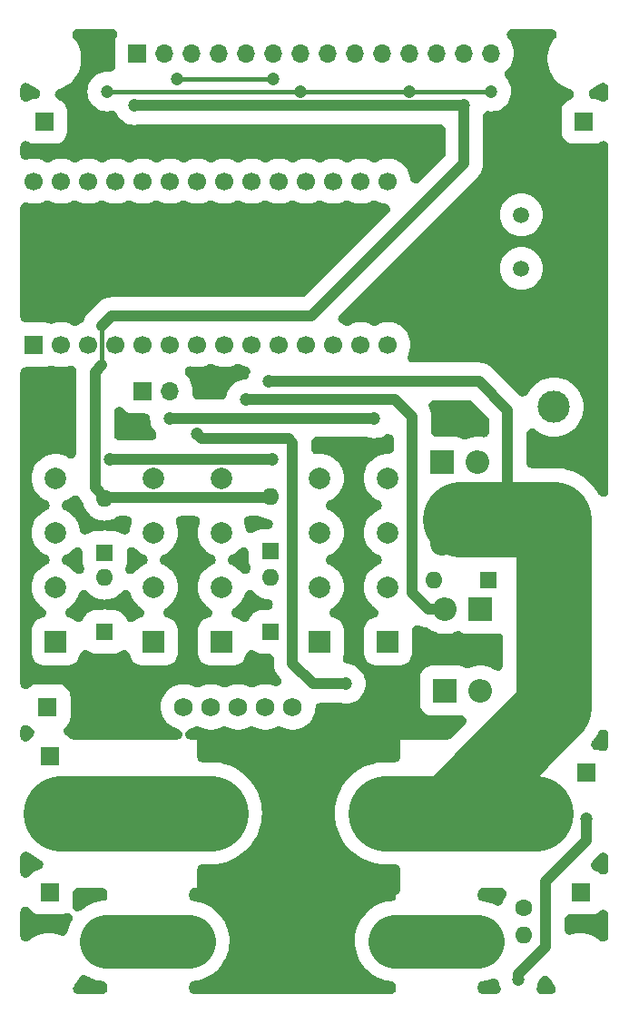
<source format=gbr>
%TF.GenerationSoftware,KiCad,Pcbnew,7.0.1*%
%TF.CreationDate,2023-03-23T10:58:47-05:00*%
%TF.ProjectId,Bluetooth Multimeter,426c7565-746f-46f7-9468-204d756c7469,rev?*%
%TF.SameCoordinates,Original*%
%TF.FileFunction,Copper,L1,Top*%
%TF.FilePolarity,Positive*%
%FSLAX46Y46*%
G04 Gerber Fmt 4.6, Leading zero omitted, Abs format (unit mm)*
G04 Created by KiCad (PCBNEW 7.0.1) date 2023-03-23 10:58:47*
%MOMM*%
%LPD*%
G01*
G04 APERTURE LIST*
%TA.AperFunction,ComponentPad*%
%ADD10R,2.000000X2.000000*%
%TD*%
%TA.AperFunction,ComponentPad*%
%ADD11C,2.000000*%
%TD*%
%TA.AperFunction,ComponentPad*%
%ADD12R,1.700000X1.700000*%
%TD*%
%TA.AperFunction,ComponentPad*%
%ADD13R,2.200000X2.200000*%
%TD*%
%TA.AperFunction,ComponentPad*%
%ADD14O,2.200000X2.200000*%
%TD*%
%TA.AperFunction,ComponentPad*%
%ADD15R,1.600000X1.600000*%
%TD*%
%TA.AperFunction,ComponentPad*%
%ADD16O,1.600000X1.600000*%
%TD*%
%TA.AperFunction,ComponentPad*%
%ADD17C,1.600000*%
%TD*%
%TA.AperFunction,ComponentPad*%
%ADD18C,3.000000*%
%TD*%
%TA.AperFunction,ComponentPad*%
%ADD19C,1.700000*%
%TD*%
%TA.AperFunction,ComponentPad*%
%ADD20C,5.000000*%
%TD*%
%TA.AperFunction,ComponentPad*%
%ADD21O,1.700000X1.700000*%
%TD*%
%TA.AperFunction,ComponentPad*%
%ADD22R,1.750000X1.750000*%
%TD*%
%TA.AperFunction,ComponentPad*%
%ADD23C,1.750000*%
%TD*%
%TA.AperFunction,ComponentPad*%
%ADD24C,1.500000*%
%TD*%
%TA.AperFunction,ComponentPad*%
%ADD25C,4.000000*%
%TD*%
%TA.AperFunction,ViaPad*%
%ADD26C,1.200000*%
%TD*%
%TA.AperFunction,Conductor*%
%ADD27C,0.400000*%
%TD*%
%TA.AperFunction,Conductor*%
%ADD28C,1.000000*%
%TD*%
%TA.AperFunction,Conductor*%
%ADD29C,5.000000*%
%TD*%
%TA.AperFunction,Conductor*%
%ADD30C,7.000000*%
%TD*%
G04 APERTURE END LIST*
D10*
%TO.P,K3,1,COM*%
%TO.N,Net-(K3-COM)*%
X139192000Y-110490000D03*
D11*
%TO.P,K3,3,K*%
%TO.N,/High Range Control*%
X139192000Y-105410000D03*
%TO.P,K3,5,A*%
%TO.N,GND*%
X139192000Y-100330000D03*
%TO.P,K3,7,NO*%
%TO.N,/V{slash}Ohm ADC In*%
X139192000Y-95250000D03*
%TD*%
D12*
%TO.P,J4,1,Pin_1*%
%TO.N,/A In*%
X123190000Y-121158000D03*
%TD*%
D13*
%TO.P,D2,1,K*%
%TO.N,/mA ADC In*%
X163322000Y-107442000D03*
D14*
%TO.P,D2,2,A*%
%TO.N,/Input Common*%
X163322000Y-115062000D03*
%TD*%
D15*
%TO.P,D8,1,K*%
%TO.N,/UH Range Control*%
X143764000Y-102091000D03*
D16*
%TO.P,D8,2,A*%
%TO.N,GND*%
X143764000Y-97011000D03*
%TD*%
D12*
%TO.P,J7,1,Pin_1*%
%TO.N,GND*%
X172974000Y-61976000D03*
%TD*%
D10*
%TO.P,K5,1,COM*%
%TO.N,/Ohm Vout*%
X154686000Y-110490000D03*
D11*
%TO.P,K5,3,K*%
%TO.N,/V{slash}Ohm Control*%
X154686000Y-105410000D03*
%TO.P,K5,5,A*%
%TO.N,GND*%
X154686000Y-100330000D03*
%TO.P,K5,7,NO*%
%TO.N,/Input Common*%
X154686000Y-95250000D03*
%TD*%
D13*
%TO.P,D1,1,K*%
%TO.N,/Input Common*%
X160020000Y-115062000D03*
D14*
%TO.P,D1,2,A*%
%TO.N,/mA ADC In*%
X160020000Y-107442000D03*
%TD*%
D12*
%TO.P,J3,1,Pin_1*%
%TO.N,/mA In*%
X123190000Y-133858000D03*
%TD*%
D15*
%TO.P,D9,1,K*%
%TO.N,/V{slash}Ohm Control*%
X164067000Y-104775000D03*
D16*
%TO.P,D9,2,A*%
%TO.N,GND*%
X158987000Y-104775000D03*
%TD*%
D17*
%TO.P,R1,1*%
%TO.N,/Input Common*%
X167386000Y-135353000D03*
D16*
%TO.P,R1,2*%
%TO.N,/mA ADC In*%
X167386000Y-137893000D03*
%TD*%
D18*
%TO.P,R2,1*%
%TO.N,/A ADC In*%
X170180000Y-116616000D03*
%TO.P,R2,2*%
%TO.N,/Input Common*%
X170180000Y-88616000D03*
%TD*%
D15*
%TO.P,D6,1,K*%
%TO.N,/Med Range Control*%
X128270000Y-102218000D03*
D16*
%TO.P,D6,2,A*%
%TO.N,GND*%
X128270000Y-97138000D03*
%TD*%
D19*
%TO.P,F2,1*%
%TO.N,/A In*%
X124180600Y-125476000D03*
D20*
X124180600Y-126492000D03*
D19*
X124180600Y-127508000D03*
%TO.P,F2,2*%
X138176000Y-125476000D03*
D20*
X138176000Y-126492000D03*
D19*
X138176000Y-127508000D03*
%TO.P,F2,3*%
%TO.N,/A ADC In*%
X154480600Y-125476000D03*
D20*
X154480600Y-126492000D03*
D19*
X154480600Y-127508000D03*
%TO.P,F2,4*%
X168476000Y-125476000D03*
D20*
X168476000Y-126492000D03*
D19*
X168476000Y-127508000D03*
%TD*%
D12*
%TO.P,J1,1,Pin_1*%
%TO.N,/V{slash}Ohm In*%
X173228000Y-122682000D03*
%TD*%
D15*
%TO.P,D5,1,K*%
%TO.N,/Low Range Control*%
X128270000Y-109584000D03*
D16*
%TO.P,D5,2,A*%
%TO.N,GND*%
X128270000Y-104504000D03*
%TD*%
D12*
%TO.P,J2,1,Pin_1*%
%TO.N,/Input Common*%
X172720000Y-133858000D03*
%TD*%
%TO.P,J6,1,Pin_1*%
%TO.N,+3.3V*%
X122682000Y-61976000D03*
%TD*%
D10*
%TO.P,K1,1,COM*%
%TO.N,/V{slash}Ohm In*%
X123698000Y-110490000D03*
D11*
%TO.P,K1,3,K*%
%TO.N,/Low Range Control*%
X123698000Y-105410000D03*
%TO.P,K1,5,A*%
%TO.N,GND*%
X123698000Y-100330000D03*
%TO.P,K1,7,NO*%
%TO.N,/V{slash}Ohm ADC In*%
X123698000Y-95250000D03*
%TD*%
D12*
%TO.P,J5,1,Pin_1*%
%TO.N,/V{slash}Ohm ADC In*%
X131821000Y-87122000D03*
D21*
%TO.P,J5,2,Pin_2*%
%TO.N,/Input Common*%
X134361000Y-87122000D03*
%TD*%
D12*
%TO.P,DS1,1,T_IRQ*%
%TO.N,/TOUCH IRQ*%
X131318000Y-55626000D03*
D21*
%TO.P,DS1,2,T_DO(MISO)*%
%TO.N,/MISO*%
X133858000Y-55626000D03*
%TO.P,DS1,3,T_DIN(MOSI)*%
%TO.N,/MOSI*%
X136398000Y-55626000D03*
%TO.P,DS1,4,T_CS*%
%TO.N,/TOUCH CS*%
X138938000Y-55626000D03*
%TO.P,DS1,5,T_CLK(SCK)*%
%TO.N,/SCK*%
X141478000Y-55626000D03*
%TO.P,DS1,6,SDO(MISO)*%
%TO.N,/MISO*%
X144018000Y-55626000D03*
%TO.P,DS1,7,LED*%
%TO.N,+3.3V*%
X146558000Y-55626000D03*
%TO.P,DS1,8,SCK*%
%TO.N,/SCK*%
X149098000Y-55626000D03*
%TO.P,DS1,9,SDI(MOSI)*%
%TO.N,/MOSI*%
X151638000Y-55626000D03*
%TO.P,DS1,10,DC*%
%TO.N,/TFT DC*%
X154178000Y-55626000D03*
%TO.P,DS1,11,RESET*%
%TO.N,+3.3V*%
X156718000Y-55626000D03*
%TO.P,DS1,12,CS*%
%TO.N,/TFT CS*%
X159258000Y-55626000D03*
%TO.P,DS1,13,GND*%
%TO.N,GND*%
X161798000Y-55626000D03*
%TO.P,DS1,14,VCC*%
%TO.N,+3.3V*%
X164338000Y-55626000D03*
%TD*%
D22*
%TO.P,RN1,1,9M*%
%TO.N,unconnected-(RN1-9M-Pad1)*%
X122936000Y-116586000D03*
D23*
%TO.P,RN1,2,900k*%
%TO.N,/V{slash}Ohm In*%
X135636000Y-116586000D03*
%TO.P,RN1,3,90k*%
%TO.N,Net-(K2-COM)*%
X138176000Y-116586000D03*
%TO.P,RN1,4,9k*%
%TO.N,Net-(K3-COM)*%
X140716000Y-116586000D03*
%TO.P,RN1,5,1k*%
%TO.N,Net-(K4-COM)*%
X143256000Y-116586000D03*
%TO.P,RN1,6,COM*%
%TO.N,/Ohm Vout*%
X145796000Y-116586000D03*
%TD*%
D15*
%TO.P,D7,1,K*%
%TO.N,/High Range Control*%
X143764000Y-109584000D03*
D16*
%TO.P,D7,2,A*%
%TO.N,GND*%
X143764000Y-104504000D03*
%TD*%
D13*
%TO.P,D4,1,K*%
%TO.N,/A ADC In*%
X163068000Y-101346000D03*
D14*
%TO.P,D4,2,A*%
%TO.N,/Input Common*%
X163068000Y-93726000D03*
%TD*%
D24*
%TO.P,LS1,1*%
%TO.N,/Speaker Control*%
X167132000Y-75692000D03*
%TO.P,LS1,2*%
%TO.N,GND*%
X167132000Y-70692000D03*
%TD*%
D25*
%TO.P,F1,1*%
%TO.N,/mA In*%
X128444000Y-138430000D03*
%TO.P,F1,2*%
X136144000Y-138430000D03*
%TO.P,F1,3*%
%TO.N,/mA ADC In*%
X155344000Y-138430000D03*
%TO.P,F1,4*%
X163044000Y-138430000D03*
%TD*%
D12*
%TO.P,U1,1,Reset*%
%TO.N,unconnected-(U1-Reset-Pad1)*%
X121666000Y-82804000D03*
D19*
%TO.P,U1,2,3.3V*%
%TO.N,+3.3V*%
X124206000Y-82804000D03*
%TO.P,U1,3,Enable*%
%TO.N,unconnected-(U1-Enable-Pad3)*%
X126746000Y-82804000D03*
%TO.P,U1,4,VHI*%
%TO.N,unconnected-(U1-VHI-Pad4)*%
X129286000Y-82804000D03*
%TO.P,U1,5,A0/14*%
%TO.N,/V{slash}Ohm ADC In*%
X131826000Y-82804000D03*
%TO.P,U1,6,A1/15*%
%TO.N,/Input Common*%
X134366000Y-82804000D03*
%TO.P,U1,7,A2/16*%
%TO.N,/Ohm Vout*%
X136906000Y-82804000D03*
%TO.P,U1,8,A3/17*%
%TO.N,/mA ADC In*%
X139446000Y-82804000D03*
%TO.P,U1,9,A4/18*%
%TO.N,/A ADC In*%
X141986000Y-82804000D03*
%TO.P,U1,10,A5/19*%
%TO.N,/Speaker Control*%
X144526000Y-82804000D03*
%TO.P,U1,11,SCK/25*%
%TO.N,/SCK*%
X147066000Y-82804000D03*
%TO.P,U1,12,MOSI/24*%
%TO.N,/MOSI*%
X149606000Y-82804000D03*
%TO.P,U1,13,MISO/23*%
%TO.N,/MISO*%
X152146000Y-82804000D03*
%TO.P,U1,14,D2/2*%
%TO.N,/TFT CS*%
X154686000Y-82804000D03*
%TO.P,U1,15,RX/0*%
%TO.N,unconnected-(U1-RX{slash}0-Pad15)*%
X154686000Y-67564000D03*
%TO.P,U1,16,TX/1*%
%TO.N,unconnected-(U1-TX{slash}1-Pad16)*%
X152146000Y-67564000D03*
%TO.P,U1,17,SDA/21*%
%TO.N,/TFT DC*%
X149606000Y-67564000D03*
%TO.P,U1,18,SCL/22*%
%TO.N,/TOUCH CS*%
X147066000Y-67564000D03*
%TO.P,U1,19,D5/5!*%
%TO.N,unconnected-(U1-D5{slash}5!-Pad19)*%
X144526000Y-67564000D03*
%TO.P,U1,20,D7/7*%
%TO.N,/TOUCH IRQ*%
X141986000Y-67564000D03*
%TO.P,U1,21,D9/9*%
%TO.N,/V{slash}Ohm Control*%
X139446000Y-67564000D03*
%TO.P,U1,22,D10/10*%
%TO.N,/UH Range Control*%
X136906000Y-67564000D03*
%TO.P,U1,23,D11/11*%
%TO.N,/High Range Control*%
X134366000Y-67564000D03*
%TO.P,U1,24,D12/12*%
%TO.N,/Med Range Control*%
X131826000Y-67564000D03*
%TO.P,U1,25,D13/13*%
%TO.N,/Low Range Control*%
X129286000Y-67564000D03*
%TO.P,U1,26,VBUS*%
%TO.N,unconnected-(U1-VBUS-Pad26)*%
X126746000Y-67564000D03*
%TO.P,U1,27,GND*%
%TO.N,GND*%
X124206000Y-67564000D03*
%TO.P,U1,28,VBAT*%
%TO.N,unconnected-(U1-VBAT-Pad28)*%
X121666000Y-67564000D03*
%TD*%
D10*
%TO.P,K2,1,COM*%
%TO.N,Net-(K2-COM)*%
X132842000Y-110490000D03*
D11*
%TO.P,K2,3,K*%
%TO.N,/Med Range Control*%
X132842000Y-105410000D03*
%TO.P,K2,5,A*%
%TO.N,GND*%
X132842000Y-100330000D03*
%TO.P,K2,7,NO*%
%TO.N,/V{slash}Ohm ADC In*%
X132842000Y-95250000D03*
%TD*%
D10*
%TO.P,K4,1,COM*%
%TO.N,Net-(K4-COM)*%
X148336000Y-110490000D03*
D11*
%TO.P,K4,3,K*%
%TO.N,/UH Range Control*%
X148336000Y-105410000D03*
%TO.P,K4,5,A*%
%TO.N,GND*%
X148336000Y-100330000D03*
%TO.P,K4,7,NO*%
%TO.N,/V{slash}Ohm ADC In*%
X148336000Y-95250000D03*
%TD*%
D13*
%TO.P,D3,1,K*%
%TO.N,/Input Common*%
X159766000Y-93726000D03*
D14*
%TO.P,D3,2,A*%
%TO.N,/A ADC In*%
X159766000Y-101346000D03*
%TD*%
D26*
%TO.N,+3.3V*%
X156718000Y-59182000D03*
X146558000Y-59182000D03*
X164338000Y-59182000D03*
X128524000Y-59182000D03*
%TO.N,GND*%
X161798000Y-60492000D03*
X131064000Y-60452000D03*
%TO.N,/Input Common*%
X134361000Y-89657000D03*
X153416000Y-89662000D03*
%TO.N,/mA ADC In*%
X141478000Y-87884000D03*
%TO.N,/A ADC In*%
X143518254Y-86224746D03*
%TO.N,/MISO*%
X135001000Y-58039000D03*
X144018000Y-58039000D03*
%TO.N,/V{slash}Ohm In*%
X173228000Y-127000000D03*
X166878000Y-141986000D03*
%TO.N,/V{slash}Ohm ADC In*%
X128778000Y-93472000D03*
X143891000Y-93472000D03*
%TO.N,/Ohm Vout*%
X150749000Y-114427000D03*
X136906000Y-91142299D03*
%TD*%
D27*
%TO.N,+3.3V*%
X156718000Y-59182000D02*
X146558000Y-59182000D01*
X146558000Y-59182000D02*
X128524000Y-59182000D01*
X164338000Y-59182000D02*
X156718000Y-59182000D01*
D28*
%TO.N,GND*%
X127381000Y-85344000D02*
X128016000Y-84709000D01*
X128270000Y-97028000D02*
X127381000Y-96139000D01*
X147574000Y-80137000D02*
X128905000Y-80137000D01*
X161798000Y-60492000D02*
X161798000Y-65913000D01*
D27*
X128016000Y-84709000D02*
X128016000Y-81026000D01*
D28*
X131064000Y-60452000D02*
X131104000Y-60492000D01*
X127381000Y-96139000D02*
X127381000Y-85344000D01*
X143764000Y-97028000D02*
X128270000Y-97028000D01*
X131104000Y-60492000D02*
X161798000Y-60492000D01*
X161798000Y-65913000D02*
X147574000Y-80137000D01*
X128905000Y-80137000D02*
X128016000Y-81026000D01*
%TO.N,/Input Common*%
X134361000Y-89657000D02*
X152151000Y-89657000D01*
X152151000Y-89657000D02*
X153411000Y-89657000D01*
X153411000Y-89657000D02*
X153416000Y-89662000D01*
%TO.N,/mA ADC In*%
X141478000Y-87884000D02*
X155321000Y-87884000D01*
D29*
X155344000Y-138430000D02*
X163044000Y-138430000D01*
D28*
X156972000Y-105949634D02*
X158464366Y-107442000D01*
X158464366Y-107442000D02*
X160020000Y-107442000D01*
X155321000Y-87884000D02*
X156972000Y-89535000D01*
X156972000Y-89535000D02*
X156972000Y-105949634D01*
D30*
%TO.N,/A ADC In*%
X170180000Y-99060000D02*
X170180000Y-116616000D01*
D28*
X163195000Y-86233000D02*
X143526508Y-86233000D01*
D30*
X165862000Y-99060000D02*
X161417000Y-99060000D01*
D28*
X165862000Y-99060000D02*
X165862000Y-88900000D01*
D30*
X165862000Y-99060000D02*
X170180000Y-99060000D01*
X170180000Y-116616000D02*
X160304000Y-126492000D01*
X154480600Y-126492000D02*
X168476000Y-126492000D01*
X160304000Y-126492000D02*
X154480600Y-126492000D01*
D28*
X143526508Y-86233000D02*
X143518254Y-86224746D01*
X165862000Y-88900000D02*
X163195000Y-86233000D01*
D27*
%TO.N,/MISO*%
X144018000Y-58039000D02*
X135001000Y-58039000D01*
D29*
%TO.N,/mA In*%
X136144000Y-138430000D02*
X128444000Y-138430000D01*
D30*
%TO.N,/A In*%
X138176000Y-126492000D02*
X124180600Y-126492000D01*
D28*
%TO.N,/V{slash}Ohm In*%
X173228000Y-129032000D02*
X169418000Y-132842000D01*
X169418000Y-132842000D02*
X169418000Y-138938000D01*
X166878000Y-141478000D02*
X166878000Y-141986000D01*
X169418000Y-138938000D02*
X166878000Y-141478000D01*
X173228000Y-127000000D02*
X173228000Y-129032000D01*
%TO.N,/V{slash}Ohm ADC In*%
X143891000Y-93472000D02*
X128778000Y-93472000D01*
%TO.N,/Ohm Vout*%
X145796000Y-112522000D02*
X147701000Y-114427000D01*
X137330701Y-91567000D02*
X136906000Y-91142299D01*
X145796000Y-91948000D02*
X145796000Y-112522000D01*
X147701000Y-114427000D02*
X150749000Y-114427000D01*
X145415000Y-91567000D02*
X145796000Y-91948000D01*
X145415000Y-91567000D02*
X137330701Y-91567000D01*
%TD*%
%TA.AperFunction,NonConductor*%
G36*
X121072469Y-58416406D02*
G01*
X121192981Y-58482521D01*
X121357959Y-58605341D01*
X121411404Y-58645130D01*
X121714096Y-58819889D01*
X121942818Y-58918550D01*
X122056145Y-58986486D01*
X122147671Y-59081790D01*
X122210975Y-59197776D01*
X122241616Y-59326310D01*
X122237446Y-59458380D01*
X122198758Y-59584726D01*
X122128264Y-59696487D01*
X122030908Y-59785827D01*
X121913516Y-59846482D01*
X121784319Y-59874199D01*
X121635591Y-59885903D01*
X121559201Y-59905152D01*
X121417317Y-59940904D01*
X121417315Y-59940904D01*
X121417314Y-59940905D01*
X121212374Y-60033992D01*
X121179173Y-60056995D01*
X121058488Y-60118274D01*
X120925774Y-60144866D01*
X120790796Y-60134815D01*
X120663485Y-60088859D01*
X120553207Y-60010380D01*
X120468077Y-59905152D01*
X120414357Y-59780917D01*
X120396000Y-59646816D01*
X120396000Y-58882781D01*
X120414932Y-58746634D01*
X120470293Y-58620818D01*
X120557880Y-58514880D01*
X120671049Y-58436859D01*
X120801211Y-58392674D01*
X120938490Y-58385680D01*
X121072469Y-58416406D01*
G37*
%TD.AperFunction*%
%TA.AperFunction,NonConductor*%
G36*
X174854789Y-58392674D02*
G01*
X174984951Y-58436859D01*
X175098120Y-58514880D01*
X175185707Y-58620818D01*
X175241068Y-58746634D01*
X175260000Y-58882781D01*
X175260000Y-59646816D01*
X175241643Y-59780917D01*
X175187923Y-59905152D01*
X175102793Y-60010380D01*
X174992515Y-60088859D01*
X174865204Y-60134815D01*
X174730226Y-60144866D01*
X174597512Y-60118274D01*
X174476827Y-60056995D01*
X174443625Y-60033992D01*
X174341154Y-59987448D01*
X174238683Y-59940904D01*
X174020412Y-59885904D01*
X173986868Y-59883264D01*
X173871677Y-59874198D01*
X173742481Y-59846480D01*
X173625090Y-59785824D01*
X173527735Y-59696483D01*
X173457242Y-59584722D01*
X173418555Y-59458377D01*
X173414386Y-59326307D01*
X173445027Y-59197773D01*
X173508331Y-59081788D01*
X173599857Y-58986485D01*
X173713176Y-58918552D01*
X173941904Y-58819889D01*
X174244596Y-58645130D01*
X174363397Y-58556685D01*
X174463019Y-58482521D01*
X174583531Y-58416406D01*
X174717510Y-58385680D01*
X174854789Y-58392674D01*
G37*
%TD.AperFunction*%
%TA.AperFunction,NonConductor*%
G36*
X129089316Y-53406857D02*
G01*
X129213551Y-53460577D01*
X129318779Y-53545707D01*
X129397258Y-53655985D01*
X129443213Y-53783296D01*
X129453265Y-53918274D01*
X129426673Y-54050988D01*
X129394045Y-54115245D01*
X129394567Y-54115482D01*
X129375993Y-54156373D01*
X129375993Y-54156374D01*
X129282904Y-54361317D01*
X129227904Y-54579588D01*
X129223842Y-54631208D01*
X129217500Y-54711787D01*
X129217500Y-56540217D01*
X129227903Y-56672414D01*
X129240194Y-56721189D01*
X129255187Y-56854602D01*
X129234069Y-56987184D01*
X129178369Y-57109337D01*
X129092119Y-57212220D01*
X128981563Y-57288385D01*
X128854702Y-57332319D01*
X128720720Y-57340843D01*
X128523994Y-57326772D01*
X128259973Y-57345656D01*
X128001321Y-57401922D01*
X127753311Y-57494425D01*
X127520988Y-57621283D01*
X127309084Y-57779912D01*
X127121912Y-57967084D01*
X126963283Y-58178988D01*
X126836425Y-58411311D01*
X126743922Y-58659321D01*
X126687656Y-58917973D01*
X126668772Y-59182000D01*
X126687656Y-59446026D01*
X126743922Y-59704678D01*
X126836425Y-59952688D01*
X126963283Y-60185011D01*
X127121912Y-60396915D01*
X127309084Y-60584087D01*
X127520988Y-60742716D01*
X127753311Y-60869574D01*
X128001321Y-60962077D01*
X128259973Y-61018343D01*
X128524000Y-61037227D01*
X128788026Y-61018343D01*
X128849214Y-61005032D01*
X128976648Y-60994087D01*
X129102685Y-61015898D01*
X129219036Y-61069033D01*
X129318056Y-61150002D01*
X129393240Y-61253483D01*
X129503283Y-61455011D01*
X129661912Y-61666915D01*
X129849084Y-61854087D01*
X130060988Y-62012716D01*
X130293311Y-62139574D01*
X130541321Y-62232077D01*
X130799973Y-62288343D01*
X131064000Y-62307227D01*
X131328026Y-62288343D01*
X131328026Y-62288342D01*
X131486341Y-62253904D01*
X131592410Y-62242500D01*
X159548500Y-62242500D01*
X159677651Y-62259503D01*
X159798000Y-62309353D01*
X159901346Y-62388654D01*
X159980647Y-62492000D01*
X160030497Y-62612349D01*
X160047500Y-62741500D01*
X160047500Y-64981227D01*
X160030497Y-65110378D01*
X159980647Y-65230727D01*
X159901346Y-65334073D01*
X157623557Y-67611861D01*
X157523482Y-67689256D01*
X157407160Y-67738997D01*
X157282067Y-67757886D01*
X157156244Y-67744709D01*
X157037779Y-67700313D01*
X156934286Y-67627551D01*
X156852417Y-67531102D01*
X156797435Y-67417163D01*
X156772875Y-67293066D01*
X156771798Y-67277314D01*
X156713334Y-66995968D01*
X156617104Y-66725203D01*
X156484901Y-66470064D01*
X156319189Y-66235302D01*
X156319188Y-66235301D01*
X156319186Y-66235298D01*
X156123054Y-66025293D01*
X156123053Y-66025292D01*
X155900147Y-65843945D01*
X155696729Y-65720243D01*
X155654629Y-65694641D01*
X155654626Y-65694639D01*
X155654625Y-65694639D01*
X155391058Y-65580156D01*
X155391056Y-65580155D01*
X155391055Y-65580155D01*
X155114355Y-65502627D01*
X154829681Y-65463500D01*
X154829678Y-65463500D01*
X154542322Y-65463500D01*
X154542319Y-65463500D01*
X154257644Y-65502627D01*
X153980944Y-65580155D01*
X153717372Y-65694640D01*
X153675273Y-65720242D01*
X153550629Y-65774383D01*
X153416000Y-65792887D01*
X153281371Y-65774383D01*
X153156727Y-65720242D01*
X153114627Y-65694640D01*
X153114625Y-65694639D01*
X152851058Y-65580156D01*
X152851056Y-65580155D01*
X152851055Y-65580155D01*
X152574355Y-65502627D01*
X152289681Y-65463500D01*
X152289678Y-65463500D01*
X152002322Y-65463500D01*
X152002319Y-65463500D01*
X151717644Y-65502627D01*
X151440944Y-65580155D01*
X151177372Y-65694640D01*
X151135273Y-65720242D01*
X151010629Y-65774383D01*
X150876000Y-65792887D01*
X150741371Y-65774383D01*
X150616727Y-65720242D01*
X150574627Y-65694640D01*
X150574625Y-65694639D01*
X150311058Y-65580156D01*
X150311056Y-65580155D01*
X150311055Y-65580155D01*
X150034355Y-65502627D01*
X149749681Y-65463500D01*
X149749678Y-65463500D01*
X149462322Y-65463500D01*
X149462319Y-65463500D01*
X149177644Y-65502627D01*
X148900944Y-65580155D01*
X148637372Y-65694640D01*
X148595273Y-65720242D01*
X148470629Y-65774383D01*
X148336000Y-65792887D01*
X148201371Y-65774383D01*
X148076727Y-65720242D01*
X148034627Y-65694640D01*
X148034625Y-65694639D01*
X147771058Y-65580156D01*
X147771056Y-65580155D01*
X147771055Y-65580155D01*
X147494355Y-65502627D01*
X147209681Y-65463500D01*
X147209678Y-65463500D01*
X146922322Y-65463500D01*
X146922319Y-65463500D01*
X146637644Y-65502627D01*
X146360944Y-65580155D01*
X146097372Y-65694640D01*
X146055273Y-65720242D01*
X145930629Y-65774383D01*
X145796000Y-65792887D01*
X145661371Y-65774383D01*
X145536727Y-65720242D01*
X145494627Y-65694640D01*
X145494625Y-65694639D01*
X145231058Y-65580156D01*
X145231056Y-65580155D01*
X145231055Y-65580155D01*
X144954355Y-65502627D01*
X144669681Y-65463500D01*
X144669678Y-65463500D01*
X144382322Y-65463500D01*
X144382319Y-65463500D01*
X144097644Y-65502627D01*
X143820944Y-65580155D01*
X143557372Y-65694640D01*
X143515273Y-65720242D01*
X143390629Y-65774383D01*
X143256000Y-65792887D01*
X143121371Y-65774383D01*
X142996727Y-65720242D01*
X142954627Y-65694640D01*
X142954625Y-65694639D01*
X142691058Y-65580156D01*
X142691056Y-65580155D01*
X142691055Y-65580155D01*
X142414355Y-65502627D01*
X142129681Y-65463500D01*
X142129678Y-65463500D01*
X141842322Y-65463500D01*
X141842319Y-65463500D01*
X141557644Y-65502627D01*
X141280944Y-65580155D01*
X141017372Y-65694640D01*
X140975273Y-65720242D01*
X140850629Y-65774383D01*
X140716000Y-65792887D01*
X140581371Y-65774383D01*
X140456727Y-65720242D01*
X140414627Y-65694640D01*
X140414625Y-65694639D01*
X140151058Y-65580156D01*
X140151056Y-65580155D01*
X140151055Y-65580155D01*
X139874355Y-65502627D01*
X139589681Y-65463500D01*
X139589678Y-65463500D01*
X139302322Y-65463500D01*
X139302319Y-65463500D01*
X139017644Y-65502627D01*
X138740944Y-65580155D01*
X138477372Y-65694640D01*
X138435273Y-65720242D01*
X138310629Y-65774383D01*
X138176000Y-65792887D01*
X138041371Y-65774383D01*
X137916727Y-65720242D01*
X137874627Y-65694640D01*
X137874625Y-65694639D01*
X137611058Y-65580156D01*
X137611056Y-65580155D01*
X137611055Y-65580155D01*
X137334355Y-65502627D01*
X137049681Y-65463500D01*
X137049678Y-65463500D01*
X136762322Y-65463500D01*
X136762319Y-65463500D01*
X136477644Y-65502627D01*
X136200944Y-65580155D01*
X135937372Y-65694640D01*
X135895273Y-65720242D01*
X135770629Y-65774383D01*
X135636000Y-65792887D01*
X135501371Y-65774383D01*
X135376727Y-65720242D01*
X135334627Y-65694640D01*
X135334625Y-65694639D01*
X135071058Y-65580156D01*
X135071056Y-65580155D01*
X135071055Y-65580155D01*
X134794355Y-65502627D01*
X134509681Y-65463500D01*
X134509678Y-65463500D01*
X134222322Y-65463500D01*
X134222319Y-65463500D01*
X133937644Y-65502627D01*
X133660944Y-65580155D01*
X133397370Y-65694641D01*
X133355270Y-65720243D01*
X133230625Y-65774383D01*
X133095996Y-65792887D01*
X132961367Y-65774382D01*
X132836725Y-65720241D01*
X132794625Y-65694639D01*
X132531058Y-65580156D01*
X132531056Y-65580155D01*
X132531055Y-65580155D01*
X132254355Y-65502627D01*
X131969681Y-65463500D01*
X131969678Y-65463500D01*
X131682322Y-65463500D01*
X131682319Y-65463500D01*
X131397644Y-65502627D01*
X131120944Y-65580155D01*
X130857370Y-65694641D01*
X130815270Y-65720243D01*
X130690625Y-65774383D01*
X130555996Y-65792887D01*
X130421367Y-65774382D01*
X130296725Y-65720241D01*
X130254625Y-65694639D01*
X129991058Y-65580156D01*
X129991056Y-65580155D01*
X129991055Y-65580155D01*
X129714355Y-65502627D01*
X129429681Y-65463500D01*
X129429678Y-65463500D01*
X129142322Y-65463500D01*
X129142319Y-65463500D01*
X128857644Y-65502627D01*
X128580944Y-65580155D01*
X128317370Y-65694641D01*
X128275270Y-65720243D01*
X128150625Y-65774383D01*
X128015996Y-65792887D01*
X127881367Y-65774382D01*
X127756725Y-65720241D01*
X127714625Y-65694639D01*
X127451058Y-65580156D01*
X127451056Y-65580155D01*
X127451055Y-65580155D01*
X127174355Y-65502627D01*
X126889681Y-65463500D01*
X126889678Y-65463500D01*
X126602322Y-65463500D01*
X126602319Y-65463500D01*
X126317644Y-65502627D01*
X126040944Y-65580155D01*
X125777370Y-65694641D01*
X125735270Y-65720243D01*
X125610625Y-65774383D01*
X125475996Y-65792887D01*
X125341367Y-65774382D01*
X125216725Y-65720241D01*
X125174625Y-65694639D01*
X124911058Y-65580156D01*
X124911056Y-65580155D01*
X124911055Y-65580155D01*
X124634355Y-65502627D01*
X124349681Y-65463500D01*
X124349678Y-65463500D01*
X124062322Y-65463500D01*
X124062319Y-65463500D01*
X123777644Y-65502627D01*
X123500944Y-65580155D01*
X123237370Y-65694641D01*
X123195270Y-65720243D01*
X123070625Y-65774383D01*
X122935996Y-65792887D01*
X122801367Y-65774382D01*
X122676725Y-65720241D01*
X122634625Y-65694639D01*
X122371058Y-65580156D01*
X122371056Y-65580155D01*
X122371055Y-65580155D01*
X122094355Y-65502627D01*
X121809681Y-65463500D01*
X121809678Y-65463500D01*
X121522322Y-65463500D01*
X121522319Y-65463500D01*
X121237644Y-65502627D01*
X121029628Y-65560911D01*
X120899868Y-65579391D01*
X120769772Y-65563446D01*
X120648316Y-65514175D01*
X120543879Y-65434978D01*
X120463667Y-65331319D01*
X120413214Y-65210349D01*
X120396000Y-65080415D01*
X120396000Y-64305184D01*
X120414357Y-64171083D01*
X120468077Y-64046848D01*
X120553207Y-63941620D01*
X120663485Y-63863141D01*
X120790796Y-63817185D01*
X120925774Y-63807134D01*
X121058488Y-63833726D01*
X121179171Y-63895004D01*
X121212374Y-63918007D01*
X121417317Y-64011096D01*
X121635588Y-64066096D01*
X121767783Y-64076500D01*
X123596216Y-64076499D01*
X123596217Y-64076499D01*
X123622655Y-64074418D01*
X123728412Y-64066096D01*
X123946683Y-64011096D01*
X124151626Y-63918007D01*
X124336654Y-63789819D01*
X124495819Y-63630654D01*
X124624007Y-63445626D01*
X124717096Y-63240683D01*
X124772096Y-63022412D01*
X124782500Y-62890217D01*
X124782499Y-61061784D01*
X124772096Y-60929588D01*
X124717096Y-60711317D01*
X124624007Y-60506374D01*
X124495819Y-60321346D01*
X124495817Y-60321343D01*
X124336656Y-60162182D01*
X124184827Y-60056995D01*
X124151626Y-60033993D01*
X123946683Y-59940904D01*
X123946681Y-59940903D01*
X123912245Y-59925262D01*
X123798777Y-59853959D01*
X123708378Y-59755030D01*
X123647566Y-59635612D01*
X123620727Y-59504316D01*
X123629797Y-59370612D01*
X123674123Y-59244144D01*
X123750507Y-59134033D01*
X123853439Y-59048220D01*
X123975486Y-58992899D01*
X124090971Y-58958326D01*
X124411904Y-58819889D01*
X124714596Y-58645130D01*
X124994953Y-58436412D01*
X125021559Y-58411311D01*
X125249183Y-58196558D01*
X125263926Y-58178988D01*
X125473849Y-57928811D01*
X125665913Y-57636793D01*
X125822777Y-57324451D01*
X125942319Y-56996011D01*
X126022923Y-56655914D01*
X126063500Y-56308759D01*
X126063500Y-55959241D01*
X126022923Y-55612086D01*
X125942319Y-55271989D01*
X125822777Y-54943549D01*
X125665913Y-54631207D01*
X125473849Y-54339189D01*
X125438076Y-54296557D01*
X125363979Y-54208250D01*
X125289495Y-54088469D01*
X125251505Y-53952632D01*
X125253044Y-53811590D01*
X125293989Y-53676613D01*
X125371068Y-53558486D01*
X125478124Y-53466647D01*
X125606601Y-53408435D01*
X125746236Y-53388500D01*
X128955215Y-53388500D01*
X129089316Y-53406857D01*
G37*
%TD.AperFunction*%
%TA.AperFunction,NonConductor*%
G36*
X153550625Y-69353617D02*
G01*
X153675270Y-69407757D01*
X153717370Y-69433358D01*
X153717375Y-69433361D01*
X153980942Y-69547844D01*
X154135998Y-69591288D01*
X154257644Y-69625372D01*
X154451328Y-69651993D01*
X154584134Y-69689509D01*
X154701586Y-69761967D01*
X154794700Y-69863825D01*
X154856354Y-69987292D01*
X154881831Y-70122924D01*
X154869184Y-70260347D01*
X154819380Y-70389051D01*
X154736227Y-70499191D01*
X146995073Y-78240346D01*
X146891727Y-78319647D01*
X146771378Y-78369497D01*
X146642227Y-78386500D01*
X128947064Y-78386500D01*
X128928405Y-78386151D01*
X128920492Y-78385854D01*
X128839363Y-78382819D01*
X128839361Y-78382819D01*
X128750805Y-78392796D01*
X128732237Y-78394537D01*
X128643368Y-78401197D01*
X128638613Y-78402283D01*
X128583482Y-78411650D01*
X128578650Y-78412195D01*
X128492571Y-78435259D01*
X128474478Y-78439746D01*
X128387580Y-78459580D01*
X128383051Y-78461358D01*
X128329927Y-78478839D01*
X128325232Y-78480097D01*
X128243534Y-78515740D01*
X128226304Y-78522877D01*
X128143354Y-78555432D01*
X128139140Y-78557866D01*
X128089218Y-78583068D01*
X128084752Y-78585016D01*
X128009282Y-78632436D01*
X127993311Y-78642059D01*
X127916141Y-78686613D01*
X127912337Y-78689648D01*
X127866731Y-78722007D01*
X127862605Y-78724599D01*
X127795058Y-78782728D01*
X127780696Y-78794627D01*
X127711020Y-78850193D01*
X127650410Y-78915514D01*
X127637467Y-78928950D01*
X126731899Y-79834518D01*
X126603603Y-79983601D01*
X126464018Y-80205750D01*
X126359099Y-80446227D01*
X126349939Y-80480415D01*
X126309020Y-80584609D01*
X126245904Y-80677060D01*
X126163769Y-80753115D01*
X126066746Y-80808947D01*
X125777376Y-80934638D01*
X125735273Y-80960242D01*
X125610629Y-81014383D01*
X125476000Y-81032887D01*
X125341371Y-81014383D01*
X125216727Y-80960242D01*
X125174627Y-80934640D01*
X125174625Y-80934639D01*
X124911058Y-80820156D01*
X124911056Y-80820155D01*
X124911055Y-80820155D01*
X124634355Y-80742627D01*
X124349681Y-80703500D01*
X124349678Y-80703500D01*
X124062322Y-80703500D01*
X124062319Y-80703500D01*
X123777646Y-80742627D01*
X123598430Y-80792841D01*
X123500942Y-80820156D01*
X123500938Y-80820157D01*
X123500933Y-80820159D01*
X123470436Y-80833405D01*
X123336851Y-80870433D01*
X123198233Y-80869282D01*
X123065281Y-80830041D01*
X123043516Y-80820155D01*
X122930683Y-80768904D01*
X122712412Y-80713904D01*
X122580217Y-80703500D01*
X122580212Y-80703500D01*
X122580153Y-80703500D01*
X120894999Y-80703500D01*
X120765850Y-80686498D01*
X120645500Y-80636648D01*
X120542154Y-80557347D01*
X120462853Y-80454001D01*
X120413003Y-80333652D01*
X120396000Y-80204501D01*
X120396000Y-70047585D01*
X120413214Y-69917651D01*
X120463667Y-69796681D01*
X120543879Y-69693022D01*
X120648316Y-69613825D01*
X120769772Y-69564554D01*
X120899868Y-69548609D01*
X121029628Y-69567089D01*
X121237644Y-69625372D01*
X121522319Y-69664500D01*
X121522322Y-69664500D01*
X121809678Y-69664500D01*
X121809681Y-69664500D01*
X122094355Y-69625372D01*
X122157470Y-69607688D01*
X122371058Y-69547844D01*
X122634625Y-69433361D01*
X122676727Y-69407757D01*
X122801371Y-69353617D01*
X122936000Y-69335113D01*
X123070629Y-69353617D01*
X123195272Y-69407757D01*
X123237375Y-69433361D01*
X123500942Y-69547844D01*
X123655998Y-69591288D01*
X123777644Y-69625372D01*
X124062319Y-69664500D01*
X124062322Y-69664500D01*
X124349678Y-69664500D01*
X124349681Y-69664500D01*
X124634355Y-69625372D01*
X124697470Y-69607688D01*
X124911058Y-69547844D01*
X125174625Y-69433361D01*
X125216727Y-69407757D01*
X125341371Y-69353617D01*
X125476000Y-69335113D01*
X125610629Y-69353617D01*
X125735272Y-69407757D01*
X125777375Y-69433361D01*
X126040942Y-69547844D01*
X126195998Y-69591288D01*
X126317644Y-69625372D01*
X126602319Y-69664500D01*
X126602322Y-69664500D01*
X126889678Y-69664500D01*
X126889681Y-69664500D01*
X127174355Y-69625372D01*
X127237470Y-69607688D01*
X127451058Y-69547844D01*
X127714625Y-69433361D01*
X127756727Y-69407757D01*
X127881371Y-69353617D01*
X128016000Y-69335113D01*
X128150629Y-69353617D01*
X128275272Y-69407757D01*
X128317375Y-69433361D01*
X128580942Y-69547844D01*
X128735998Y-69591288D01*
X128857644Y-69625372D01*
X129142319Y-69664500D01*
X129142322Y-69664500D01*
X129429678Y-69664500D01*
X129429681Y-69664500D01*
X129714355Y-69625372D01*
X129777470Y-69607688D01*
X129991058Y-69547844D01*
X130254625Y-69433361D01*
X130296727Y-69407757D01*
X130421371Y-69353617D01*
X130556000Y-69335113D01*
X130690629Y-69353617D01*
X130815272Y-69407757D01*
X130857375Y-69433361D01*
X131120942Y-69547844D01*
X131275998Y-69591288D01*
X131397644Y-69625372D01*
X131682319Y-69664500D01*
X131682322Y-69664500D01*
X131969678Y-69664500D01*
X131969681Y-69664500D01*
X132254355Y-69625372D01*
X132317470Y-69607688D01*
X132531058Y-69547844D01*
X132794625Y-69433361D01*
X132836727Y-69407757D01*
X132961371Y-69353617D01*
X133096000Y-69335113D01*
X133230629Y-69353617D01*
X133355272Y-69407757D01*
X133397375Y-69433361D01*
X133660942Y-69547844D01*
X133815998Y-69591288D01*
X133937644Y-69625372D01*
X134222319Y-69664500D01*
X134222322Y-69664500D01*
X134509678Y-69664500D01*
X134509681Y-69664500D01*
X134794355Y-69625372D01*
X134857470Y-69607688D01*
X135071058Y-69547844D01*
X135334625Y-69433361D01*
X135376725Y-69407758D01*
X135501367Y-69353618D01*
X135635996Y-69335113D01*
X135770625Y-69353617D01*
X135895270Y-69407757D01*
X135937370Y-69433358D01*
X135937375Y-69433361D01*
X136200942Y-69547844D01*
X136355998Y-69591288D01*
X136477644Y-69625372D01*
X136762319Y-69664500D01*
X136762322Y-69664500D01*
X137049678Y-69664500D01*
X137049681Y-69664500D01*
X137334355Y-69625372D01*
X137397470Y-69607688D01*
X137611058Y-69547844D01*
X137874625Y-69433361D01*
X137916725Y-69407758D01*
X138041367Y-69353618D01*
X138175996Y-69335113D01*
X138310625Y-69353617D01*
X138435270Y-69407757D01*
X138477370Y-69433358D01*
X138477375Y-69433361D01*
X138740942Y-69547844D01*
X138895998Y-69591288D01*
X139017644Y-69625372D01*
X139302319Y-69664500D01*
X139302322Y-69664500D01*
X139589678Y-69664500D01*
X139589681Y-69664500D01*
X139874355Y-69625372D01*
X139937470Y-69607688D01*
X140151058Y-69547844D01*
X140414625Y-69433361D01*
X140456725Y-69407758D01*
X140581367Y-69353618D01*
X140715996Y-69335113D01*
X140850625Y-69353617D01*
X140975270Y-69407757D01*
X141017370Y-69433358D01*
X141017375Y-69433361D01*
X141280942Y-69547844D01*
X141435998Y-69591288D01*
X141557644Y-69625372D01*
X141842319Y-69664500D01*
X141842322Y-69664500D01*
X142129678Y-69664500D01*
X142129681Y-69664500D01*
X142414355Y-69625372D01*
X142477470Y-69607688D01*
X142691058Y-69547844D01*
X142954625Y-69433361D01*
X142996725Y-69407758D01*
X143121367Y-69353618D01*
X143255996Y-69335113D01*
X143390625Y-69353617D01*
X143515270Y-69407757D01*
X143557370Y-69433358D01*
X143557375Y-69433361D01*
X143820942Y-69547844D01*
X143975998Y-69591288D01*
X144097644Y-69625372D01*
X144382319Y-69664500D01*
X144382322Y-69664500D01*
X144669678Y-69664500D01*
X144669681Y-69664500D01*
X144954355Y-69625372D01*
X145017470Y-69607688D01*
X145231058Y-69547844D01*
X145494625Y-69433361D01*
X145536725Y-69407758D01*
X145661367Y-69353618D01*
X145795996Y-69335113D01*
X145930625Y-69353617D01*
X146055270Y-69407757D01*
X146097370Y-69433358D01*
X146097375Y-69433361D01*
X146360942Y-69547844D01*
X146515998Y-69591288D01*
X146637644Y-69625372D01*
X146922319Y-69664500D01*
X146922322Y-69664500D01*
X147209678Y-69664500D01*
X147209681Y-69664500D01*
X147494355Y-69625372D01*
X147557470Y-69607688D01*
X147771058Y-69547844D01*
X148034625Y-69433361D01*
X148076725Y-69407758D01*
X148201367Y-69353618D01*
X148335996Y-69335113D01*
X148470625Y-69353617D01*
X148595270Y-69407757D01*
X148637370Y-69433358D01*
X148637375Y-69433361D01*
X148900942Y-69547844D01*
X149055998Y-69591288D01*
X149177644Y-69625372D01*
X149462319Y-69664500D01*
X149462322Y-69664500D01*
X149749678Y-69664500D01*
X149749681Y-69664500D01*
X150034355Y-69625372D01*
X150097470Y-69607688D01*
X150311058Y-69547844D01*
X150574625Y-69433361D01*
X150616725Y-69407758D01*
X150741367Y-69353618D01*
X150875996Y-69335113D01*
X151010625Y-69353617D01*
X151135270Y-69407757D01*
X151177370Y-69433358D01*
X151177375Y-69433361D01*
X151440942Y-69547844D01*
X151595998Y-69591288D01*
X151717644Y-69625372D01*
X152002319Y-69664500D01*
X152002322Y-69664500D01*
X152289678Y-69664500D01*
X152289681Y-69664500D01*
X152574355Y-69625372D01*
X152637470Y-69607688D01*
X152851058Y-69547844D01*
X153114625Y-69433361D01*
X153156725Y-69407758D01*
X153281367Y-69353618D01*
X153415996Y-69335113D01*
X153550625Y-69353617D01*
G37*
%TD.AperFunction*%
%TA.AperFunction,NonConductor*%
G36*
X140850629Y-84593617D02*
G01*
X140975272Y-84647757D01*
X141017375Y-84673361D01*
X141280942Y-84787844D01*
X141481082Y-84843920D01*
X141606828Y-84898732D01*
X141712898Y-84985713D01*
X141791277Y-85098288D01*
X141836041Y-85227952D01*
X141843809Y-85364905D01*
X141813992Y-85498798D01*
X141732182Y-85718140D01*
X141664115Y-85842796D01*
X141563685Y-85943227D01*
X141439029Y-86011295D01*
X141300246Y-86041486D01*
X141213973Y-86047656D01*
X140955321Y-86103922D01*
X140707311Y-86196425D01*
X140474988Y-86323283D01*
X140263084Y-86481912D01*
X140075912Y-86669084D01*
X139917283Y-86880988D01*
X139790425Y-87113311D01*
X139697924Y-87361316D01*
X139697923Y-87361322D01*
X139664802Y-87513574D01*
X139618541Y-87640366D01*
X139539987Y-87750126D01*
X139434891Y-87834818D01*
X139310942Y-87888246D01*
X139177208Y-87906500D01*
X136947045Y-87906500D01*
X136812416Y-87887996D01*
X136687772Y-87833855D01*
X136582358Y-87748094D01*
X136503990Y-87637072D01*
X136458482Y-87509024D01*
X136449208Y-87373447D01*
X136466408Y-87122000D01*
X136446798Y-86835314D01*
X136388334Y-86553968D01*
X136292104Y-86283203D01*
X136159901Y-86028064D01*
X135994189Y-85793302D01*
X135864659Y-85654609D01*
X135789473Y-85549623D01*
X135743743Y-85428852D01*
X135730536Y-85300390D01*
X135750738Y-85172841D01*
X135802995Y-85054748D01*
X135883807Y-84954019D01*
X135987761Y-84877401D01*
X136107897Y-84830026D01*
X136236166Y-84815067D01*
X136363975Y-84833523D01*
X136477642Y-84865371D01*
X136477644Y-84865371D01*
X136477647Y-84865372D01*
X136762319Y-84904500D01*
X136762322Y-84904500D01*
X137049678Y-84904500D01*
X137049681Y-84904500D01*
X137334355Y-84865372D01*
X137410918Y-84843920D01*
X137611058Y-84787844D01*
X137874625Y-84673361D01*
X137916727Y-84647757D01*
X138041371Y-84593617D01*
X138176000Y-84575113D01*
X138310629Y-84593617D01*
X138435272Y-84647757D01*
X138477375Y-84673361D01*
X138740942Y-84787844D01*
X138857858Y-84820602D01*
X139017644Y-84865372D01*
X139302319Y-84904500D01*
X139302322Y-84904500D01*
X139589678Y-84904500D01*
X139589681Y-84904500D01*
X139874355Y-84865372D01*
X139950918Y-84843920D01*
X140151058Y-84787844D01*
X140414625Y-84673361D01*
X140456727Y-84647757D01*
X140581371Y-84593617D01*
X140716000Y-84575113D01*
X140850629Y-84593617D01*
G37*
%TD.AperFunction*%
%TA.AperFunction,NonConductor*%
G36*
X162392378Y-88000503D02*
G01*
X162512727Y-88050353D01*
X162616073Y-88129654D01*
X163965346Y-89478927D01*
X164044647Y-89582273D01*
X164094497Y-89702622D01*
X164111500Y-89831773D01*
X164111500Y-90928983D01*
X164095683Y-91053622D01*
X164049236Y-91170359D01*
X163975103Y-91271795D01*
X163877984Y-91351499D01*
X163764034Y-91404418D01*
X163640479Y-91427198D01*
X163515150Y-91418395D01*
X163488931Y-91413179D01*
X163375459Y-91390608D01*
X163068000Y-91370457D01*
X162760540Y-91390608D01*
X162509614Y-91440521D01*
X162458341Y-91450720D01*
X162458339Y-91450720D01*
X162458337Y-91450721D01*
X162166573Y-91549761D01*
X162045508Y-91609464D01*
X161920096Y-91651741D01*
X161787981Y-91659563D01*
X161658456Y-91632380D01*
X161540634Y-91572103D01*
X161485625Y-91533992D01*
X161349143Y-91472000D01*
X161280683Y-91440904D01*
X161062412Y-91385904D01*
X160930217Y-91375500D01*
X160930212Y-91375500D01*
X160930194Y-91375500D01*
X159221498Y-91375500D01*
X159092350Y-91358498D01*
X158972000Y-91308648D01*
X158868654Y-91229347D01*
X158789353Y-91126001D01*
X158739503Y-91005652D01*
X158722500Y-90876501D01*
X158722500Y-89577062D01*
X158722849Y-89558399D01*
X158726181Y-89469366D01*
X158726181Y-89469364D01*
X158716198Y-89380773D01*
X158714459Y-89362214D01*
X158707802Y-89273373D01*
X158707802Y-89273370D01*
X158706724Y-89268650D01*
X158697349Y-89213471D01*
X158697194Y-89212095D01*
X158696806Y-89208650D01*
X158673734Y-89122545D01*
X158669256Y-89104493D01*
X158649420Y-89017584D01*
X158647651Y-89013077D01*
X158630154Y-88959902D01*
X158628901Y-88955226D01*
X158593264Y-88873546D01*
X158586120Y-88856299D01*
X158553570Y-88773361D01*
X158551141Y-88769154D01*
X158525928Y-88719211D01*
X158523984Y-88714754D01*
X158523980Y-88714748D01*
X158509712Y-88682044D01*
X158472174Y-88546308D01*
X158474056Y-88405491D01*
X158515207Y-88270807D01*
X158592351Y-88152985D01*
X158699341Y-88061409D01*
X158827657Y-88003373D01*
X158967078Y-87983500D01*
X162263227Y-87983500D01*
X162392378Y-88000503D01*
G37*
%TD.AperFunction*%
%TA.AperFunction,NonConductor*%
G36*
X129759651Y-88623669D02*
G01*
X129880000Y-88673519D01*
X129983346Y-88752820D01*
X130166343Y-88935817D01*
X130166346Y-88935819D01*
X130351374Y-89064007D01*
X130556317Y-89157096D01*
X130774588Y-89212096D01*
X130906783Y-89222500D01*
X132010113Y-89222499D01*
X132133516Y-89237999D01*
X132249255Y-89283537D01*
X132350137Y-89356283D01*
X132429895Y-89451718D01*
X132483574Y-89563913D01*
X132507839Y-89685898D01*
X132524656Y-89921026D01*
X132580922Y-90179678D01*
X132673425Y-90427688D01*
X132800283Y-90660011D01*
X132979921Y-90899980D01*
X133035952Y-90973000D01*
X133085802Y-91093349D01*
X133102805Y-91222500D01*
X133085802Y-91351651D01*
X133035952Y-91472000D01*
X132956651Y-91575346D01*
X132853305Y-91654647D01*
X132732956Y-91704497D01*
X132603805Y-91721500D01*
X129630500Y-91721500D01*
X129501349Y-91704497D01*
X129381000Y-91654647D01*
X129277654Y-91575346D01*
X129198353Y-91472000D01*
X129148503Y-91351651D01*
X129131500Y-91222500D01*
X129131500Y-89105666D01*
X129148503Y-88976515D01*
X129198353Y-88856166D01*
X129277654Y-88752820D01*
X129381000Y-88673519D01*
X129501349Y-88623669D01*
X129630500Y-88606666D01*
X129759651Y-88623669D01*
G37*
%TD.AperFunction*%
%TA.AperFunction,NonConductor*%
G36*
X170049399Y-53408435D02*
G01*
X170177876Y-53466647D01*
X170284932Y-53558486D01*
X170362011Y-53676613D01*
X170402956Y-53811590D01*
X170404495Y-53952632D01*
X170366505Y-54088469D01*
X170292021Y-54208250D01*
X170182152Y-54339187D01*
X169990085Y-54631208D01*
X169833224Y-54943546D01*
X169713681Y-55271987D01*
X169633076Y-55612089D01*
X169592500Y-55959242D01*
X169592500Y-56308758D01*
X169633076Y-56655910D01*
X169703889Y-56954698D01*
X169713681Y-56996011D01*
X169824547Y-57300615D01*
X169833224Y-57324453D01*
X169990085Y-57636791D01*
X170182152Y-57928812D01*
X170406816Y-58196558D01*
X170661047Y-58436413D01*
X170908747Y-58620818D01*
X170941404Y-58645130D01*
X171244096Y-58819889D01*
X171565029Y-58958326D01*
X171680507Y-58992897D01*
X171802560Y-59048221D01*
X171905493Y-59134033D01*
X171981876Y-59244145D01*
X172026202Y-59370613D01*
X172035272Y-59504316D01*
X172008433Y-59635612D01*
X171947621Y-59755030D01*
X171857222Y-59853959D01*
X171743755Y-59925262D01*
X171709318Y-59940903D01*
X171709317Y-59940904D01*
X171556360Y-60010380D01*
X171504372Y-60033994D01*
X171319343Y-60162182D01*
X171160182Y-60321343D01*
X171031993Y-60506373D01*
X171031993Y-60506374D01*
X170938904Y-60711317D01*
X170883904Y-60929588D01*
X170876868Y-61018996D01*
X170873500Y-61061787D01*
X170873500Y-62890217D01*
X170883903Y-63022408D01*
X170883903Y-63022411D01*
X170883904Y-63022412D01*
X170938904Y-63240683D01*
X171031993Y-63445626D01*
X171114345Y-63564494D01*
X171160182Y-63630656D01*
X171319343Y-63789817D01*
X171319346Y-63789819D01*
X171504374Y-63918007D01*
X171709317Y-64011096D01*
X171927588Y-64066096D01*
X172059783Y-64076500D01*
X173888216Y-64076499D01*
X173888217Y-64076499D01*
X173914655Y-64074418D01*
X174020412Y-64066096D01*
X174238683Y-64011096D01*
X174443626Y-63918007D01*
X174476828Y-63895004D01*
X174597512Y-63833726D01*
X174730226Y-63807134D01*
X174865204Y-63817185D01*
X174992515Y-63863141D01*
X175102793Y-63941620D01*
X175187923Y-64046848D01*
X175241643Y-64171083D01*
X175260000Y-64305184D01*
X175260000Y-96496448D01*
X175242798Y-96626341D01*
X175192376Y-96747278D01*
X175112212Y-96850921D01*
X175007833Y-96930124D01*
X174886435Y-96979425D01*
X174756389Y-96995427D01*
X174626661Y-96977025D01*
X174506195Y-96925488D01*
X174403297Y-96844370D01*
X174325062Y-96739263D01*
X174260280Y-96622957D01*
X174223271Y-96556513D01*
X173975030Y-96194126D01*
X173694412Y-95856191D01*
X173383809Y-95545588D01*
X173297069Y-95473560D01*
X173045877Y-95264972D01*
X172983875Y-95222500D01*
X172683487Y-95016729D01*
X172573775Y-94955620D01*
X172299741Y-94802984D01*
X171897909Y-94625557D01*
X171481427Y-94485967D01*
X171280290Y-94438660D01*
X171053834Y-94385399D01*
X170618789Y-94324712D01*
X170289751Y-94309500D01*
X170289752Y-94309500D01*
X170180000Y-94304426D01*
X170081756Y-94308968D01*
X170058712Y-94309500D01*
X168111500Y-94309500D01*
X167982349Y-94292497D01*
X167862000Y-94242647D01*
X167758654Y-94163346D01*
X167679353Y-94060000D01*
X167629503Y-93939651D01*
X167612500Y-93810500D01*
X167612500Y-91123442D01*
X167631853Y-90985819D01*
X167688413Y-90858870D01*
X167777790Y-90752445D01*
X167893054Y-90674797D01*
X168025262Y-90631950D01*
X168164159Y-90627228D01*
X168298972Y-90660997D01*
X168419243Y-90730637D01*
X168614682Y-90883754D01*
X168899443Y-91055898D01*
X169045964Y-91121842D01*
X169202877Y-91192463D01*
X169520562Y-91291457D01*
X169847851Y-91351435D01*
X169847853Y-91351435D01*
X169847858Y-91351436D01*
X170180000Y-91371527D01*
X170512142Y-91351436D01*
X170512147Y-91351435D01*
X170512148Y-91351435D01*
X170839437Y-91291457D01*
X170839439Y-91291456D01*
X170839441Y-91291456D01*
X171157123Y-91192463D01*
X171460557Y-91055898D01*
X171745318Y-90883754D01*
X172007252Y-90678542D01*
X172242542Y-90443252D01*
X172447754Y-90181318D01*
X172619898Y-89896557D01*
X172756463Y-89593123D01*
X172855456Y-89275441D01*
X172866813Y-89213471D01*
X172915435Y-88948148D01*
X172915435Y-88948147D01*
X172915436Y-88948142D01*
X172935527Y-88616000D01*
X172915436Y-88283858D01*
X172915435Y-88283851D01*
X172855457Y-87956562D01*
X172756463Y-87638877D01*
X172727274Y-87574023D01*
X172619898Y-87335443D01*
X172447754Y-87050682D01*
X172314808Y-86880989D01*
X172242540Y-86788745D01*
X172007254Y-86553459D01*
X171745317Y-86348245D01*
X171460558Y-86176102D01*
X171157122Y-86039536D01*
X170839437Y-85940542D01*
X170512148Y-85880564D01*
X170180000Y-85860473D01*
X169847851Y-85880564D01*
X169520562Y-85940542D01*
X169202877Y-86039536D01*
X168899441Y-86176102D01*
X168614682Y-86348245D01*
X168352745Y-86553459D01*
X168117459Y-86788745D01*
X167912245Y-87050682D01*
X167740103Y-87335440D01*
X167736642Y-87343131D01*
X167663552Y-87459451D01*
X167561513Y-87551433D01*
X167438258Y-87612105D01*
X167303131Y-87636867D01*
X167166372Y-87623844D01*
X167038346Y-87574023D01*
X166928759Y-87491178D01*
X164462535Y-85024954D01*
X164449587Y-85011513D01*
X164388980Y-84946194D01*
X164319322Y-84890644D01*
X164304951Y-84878737D01*
X164274089Y-84852178D01*
X164237397Y-84820602D01*
X164233277Y-84818013D01*
X164187651Y-84785640D01*
X164183857Y-84782614D01*
X164183853Y-84782611D01*
X164183851Y-84782610D01*
X164106663Y-84738045D01*
X164090721Y-84728440D01*
X164015247Y-84681017D01*
X164015243Y-84681015D01*
X164015238Y-84681012D01*
X164010791Y-84679072D01*
X163960848Y-84653860D01*
X163956643Y-84651432D01*
X163873678Y-84618870D01*
X163856453Y-84611735D01*
X163774769Y-84576097D01*
X163770073Y-84574839D01*
X163716946Y-84557357D01*
X163712424Y-84555582D01*
X163712417Y-84555580D01*
X163712416Y-84555580D01*
X163625521Y-84535746D01*
X163607430Y-84531259D01*
X163521351Y-84508195D01*
X163516532Y-84507652D01*
X163461378Y-84498281D01*
X163456630Y-84497198D01*
X163456626Y-84497197D01*
X163456623Y-84497197D01*
X163367740Y-84490535D01*
X163349171Y-84488794D01*
X163280392Y-84481044D01*
X163260636Y-84478819D01*
X163260635Y-84478819D01*
X163171595Y-84482151D01*
X163152936Y-84482500D01*
X157002576Y-84482500D01*
X156876171Y-84466224D01*
X156758011Y-84418459D01*
X156655805Y-84342319D01*
X156576221Y-84242773D01*
X156524449Y-84126313D01*
X156503867Y-84000537D01*
X156515817Y-83873650D01*
X156559521Y-83753928D01*
X156592918Y-83689472D01*
X156617104Y-83642797D01*
X156713334Y-83372032D01*
X156771798Y-83090686D01*
X156791408Y-82804000D01*
X156771798Y-82517314D01*
X156713334Y-82235968D01*
X156617104Y-81965203D01*
X156484901Y-81710064D01*
X156319189Y-81475302D01*
X156319188Y-81475301D01*
X156319186Y-81475298D01*
X156123054Y-81265293D01*
X156123053Y-81265292D01*
X155900147Y-81083945D01*
X155777386Y-81009292D01*
X155654629Y-80934641D01*
X155654626Y-80934639D01*
X155654625Y-80934639D01*
X155391058Y-80820156D01*
X155391056Y-80820155D01*
X155391055Y-80820155D01*
X155114355Y-80742627D01*
X154829681Y-80703500D01*
X154829678Y-80703500D01*
X154542322Y-80703500D01*
X154542319Y-80703500D01*
X154257644Y-80742627D01*
X153980944Y-80820155D01*
X153717372Y-80934640D01*
X153675273Y-80960242D01*
X153550629Y-81014383D01*
X153416000Y-81032887D01*
X153281371Y-81014383D01*
X153156727Y-80960242D01*
X153114627Y-80934640D01*
X153114625Y-80934639D01*
X152851058Y-80820156D01*
X152851056Y-80820155D01*
X152851055Y-80820155D01*
X152574355Y-80742627D01*
X152289681Y-80703500D01*
X152289678Y-80703500D01*
X152002322Y-80703500D01*
X152002319Y-80703500D01*
X151717644Y-80742627D01*
X151440944Y-80820155D01*
X151177372Y-80934640D01*
X151135273Y-80960242D01*
X151010629Y-81014383D01*
X150876000Y-81032887D01*
X150741371Y-81014383D01*
X150616727Y-80960242D01*
X150574621Y-80934636D01*
X150324963Y-80826195D01*
X150206968Y-80754046D01*
X150113309Y-80652279D01*
X150051182Y-80528713D01*
X150025359Y-80392840D01*
X150037823Y-80255097D01*
X150087619Y-80126067D01*
X150170916Y-80015664D01*
X154494581Y-75691999D01*
X165126389Y-75691999D01*
X165146804Y-75977432D01*
X165207629Y-76257042D01*
X165307634Y-76525164D01*
X165444771Y-76776311D01*
X165444774Y-76776315D01*
X165616261Y-77005395D01*
X165818605Y-77207739D01*
X166047685Y-77379226D01*
X166047688Y-77379228D01*
X166298835Y-77516365D01*
X166298839Y-77516367D01*
X166566954Y-77616369D01*
X166566957Y-77616370D01*
X166846567Y-77677195D01*
X166846572Y-77677196D01*
X167132000Y-77697610D01*
X167417428Y-77677196D01*
X167557236Y-77646782D01*
X167697042Y-77616370D01*
X167697042Y-77616369D01*
X167697046Y-77616369D01*
X167965161Y-77516367D01*
X168216315Y-77379226D01*
X168445395Y-77207739D01*
X168647739Y-77005395D01*
X168819226Y-76776315D01*
X168956367Y-76525161D01*
X169056369Y-76257046D01*
X169117196Y-75977428D01*
X169137610Y-75692000D01*
X169117196Y-75406572D01*
X169056369Y-75126954D01*
X168956367Y-74858839D01*
X168819226Y-74607685D01*
X168647739Y-74378605D01*
X168445395Y-74176261D01*
X168216315Y-74004774D01*
X168216311Y-74004771D01*
X167965164Y-73867634D01*
X167697042Y-73767629D01*
X167417432Y-73706804D01*
X167218822Y-73692599D01*
X167178684Y-73689728D01*
X167131999Y-73679889D01*
X167085314Y-73689729D01*
X166846567Y-73706804D01*
X166566957Y-73767629D01*
X166298835Y-73867634D01*
X166047688Y-74004771D01*
X165818602Y-74176263D01*
X165616263Y-74378602D01*
X165444771Y-74607688D01*
X165307634Y-74858835D01*
X165207629Y-75126957D01*
X165146804Y-75406567D01*
X165126389Y-75691999D01*
X154494581Y-75691999D01*
X159494579Y-70692000D01*
X165126389Y-70692000D01*
X165146804Y-70977432D01*
X165207629Y-71257042D01*
X165307634Y-71525164D01*
X165444771Y-71776311D01*
X165444774Y-71776315D01*
X165616261Y-72005395D01*
X165818605Y-72207739D01*
X166047685Y-72379226D01*
X166047688Y-72379228D01*
X166298835Y-72516365D01*
X166298839Y-72516367D01*
X166566954Y-72616369D01*
X166566957Y-72616370D01*
X166846567Y-72677195D01*
X166846572Y-72677196D01*
X167080326Y-72693914D01*
X167085314Y-72694271D01*
X167131999Y-72704110D01*
X167178684Y-72694271D01*
X167417428Y-72677196D01*
X167557236Y-72646782D01*
X167697042Y-72616370D01*
X167697042Y-72616369D01*
X167697046Y-72616369D01*
X167965161Y-72516367D01*
X168216315Y-72379226D01*
X168445395Y-72207739D01*
X168647739Y-72005395D01*
X168819226Y-71776315D01*
X168956367Y-71525161D01*
X169056369Y-71257046D01*
X169117196Y-70977428D01*
X169137610Y-70692000D01*
X169117196Y-70406572D01*
X169056369Y-70126954D01*
X168956367Y-69858839D01*
X168865824Y-69693022D01*
X168819228Y-69607688D01*
X168788836Y-69567089D01*
X168647739Y-69378605D01*
X168445395Y-69176261D01*
X168216315Y-69004774D01*
X168216311Y-69004771D01*
X167965164Y-68867634D01*
X167697042Y-68767629D01*
X167417432Y-68706804D01*
X167131999Y-68686389D01*
X166846567Y-68706804D01*
X166566957Y-68767629D01*
X166298835Y-68867634D01*
X166047688Y-69004771D01*
X165818602Y-69176263D01*
X165616263Y-69378602D01*
X165444771Y-69607688D01*
X165307634Y-69858835D01*
X165207629Y-70126957D01*
X165146804Y-70406567D01*
X165126389Y-70692000D01*
X159494579Y-70692000D01*
X163006067Y-67180512D01*
X163019485Y-67167588D01*
X163084805Y-67106981D01*
X163140359Y-67037316D01*
X163152263Y-67022949D01*
X163210398Y-66955397D01*
X163212976Y-66951293D01*
X163245373Y-66905634D01*
X163248386Y-66901857D01*
X163292968Y-66824636D01*
X163302541Y-66808750D01*
X163349984Y-66733246D01*
X163351924Y-66728797D01*
X163377142Y-66678844D01*
X163379568Y-66674643D01*
X163412139Y-66591651D01*
X163419246Y-66574494D01*
X163454901Y-66492774D01*
X163456158Y-66488079D01*
X163473651Y-66434922D01*
X163475420Y-66430416D01*
X163495257Y-66343498D01*
X163499733Y-66325450D01*
X163522805Y-66239350D01*
X163523347Y-66234533D01*
X163532722Y-66179360D01*
X163533802Y-66174630D01*
X163540460Y-66085764D01*
X163542203Y-66067187D01*
X163543111Y-66059122D01*
X163552181Y-65978636D01*
X163548849Y-65889594D01*
X163548500Y-65870936D01*
X163548500Y-61516724D01*
X163567074Y-61381847D01*
X163621414Y-61257010D01*
X163707473Y-61151508D01*
X163818846Y-61073195D01*
X163947241Y-61027900D01*
X164083100Y-61018996D01*
X164337999Y-61037227D01*
X164337999Y-61037226D01*
X164338000Y-61037227D01*
X164602026Y-61018343D01*
X164860678Y-60962077D01*
X165108689Y-60869574D01*
X165341011Y-60742716D01*
X165552915Y-60584087D01*
X165740087Y-60396915D01*
X165898716Y-60185011D01*
X166025574Y-59952689D01*
X166118077Y-59704678D01*
X166174343Y-59446026D01*
X166193227Y-59182000D01*
X166174343Y-58917974D01*
X166137070Y-58746634D01*
X166118077Y-58659321D01*
X166025574Y-58411311D01*
X165898716Y-58178988D01*
X165740087Y-57967084D01*
X165704320Y-57931317D01*
X165620822Y-57820555D01*
X165571040Y-57691088D01*
X165558821Y-57552919D01*
X165585108Y-57416724D01*
X165647871Y-57293027D01*
X165742252Y-57191393D01*
X165775053Y-57164708D01*
X165971189Y-56954698D01*
X166136901Y-56719936D01*
X166269104Y-56464797D01*
X166365334Y-56194032D01*
X166423798Y-55912686D01*
X166443408Y-55626000D01*
X166423798Y-55339314D01*
X166365334Y-55057968D01*
X166269104Y-54787203D01*
X166136901Y-54532064D01*
X165971189Y-54297302D01*
X165906549Y-54228090D01*
X165831721Y-54123771D01*
X165785983Y-54003806D01*
X165772369Y-53876142D01*
X165791780Y-53749230D01*
X165842929Y-53631471D01*
X165922433Y-53530661D01*
X166025026Y-53453473D01*
X166143919Y-53405016D01*
X166271240Y-53388500D01*
X169909764Y-53388500D01*
X170049399Y-53408435D01*
G37*
%TD.AperFunction*%
%TA.AperFunction,NonConductor*%
G36*
X142718923Y-98797005D02*
G01*
X142785529Y-98825937D01*
X142787125Y-98822264D01*
X143075720Y-98947618D01*
X143075725Y-98947620D01*
X143345839Y-99023303D01*
X143519328Y-99047148D01*
X143650181Y-99083812D01*
X143766292Y-99154420D01*
X143859047Y-99253736D01*
X143921567Y-99374395D01*
X143949216Y-99507447D01*
X143939942Y-99643024D01*
X143894434Y-99771072D01*
X143816067Y-99882094D01*
X143710652Y-99967855D01*
X143586008Y-100021996D01*
X143451380Y-100040500D01*
X142899783Y-100040500D01*
X142767591Y-100050903D01*
X142658452Y-100078404D01*
X142549317Y-100105904D01*
X142549315Y-100105904D01*
X142549314Y-100105905D01*
X142344371Y-100198994D01*
X142192779Y-100304017D01*
X142066984Y-100367037D01*
X141928597Y-100392436D01*
X141788621Y-100378196D01*
X141658184Y-100325449D01*
X141547657Y-100238388D01*
X141465825Y-100123934D01*
X141419196Y-99991187D01*
X141397496Y-99882094D01*
X141370481Y-99746278D01*
X141275652Y-99466923D01*
X141265800Y-99437899D01*
X141240103Y-99305479D01*
X141250812Y-99171016D01*
X141297144Y-99044333D01*
X141375714Y-98934689D01*
X141480781Y-98850094D01*
X141604666Y-98796732D01*
X141738318Y-98778500D01*
X142584291Y-98778500D01*
X142718923Y-98797005D01*
G37*
%TD.AperFunction*%
%TA.AperFunction,NonConductor*%
G36*
X125622186Y-96866444D02*
G01*
X125737106Y-96917222D01*
X125835699Y-96995096D01*
X125911717Y-97095127D01*
X125930611Y-97127853D01*
X125930613Y-97127856D01*
X125930614Y-97127857D01*
X125933640Y-97131651D01*
X125966013Y-97177277D01*
X125968602Y-97181397D01*
X125987341Y-97203172D01*
X126026737Y-97248951D01*
X126038644Y-97263322D01*
X126094195Y-97332981D01*
X126128609Y-97364913D01*
X126196243Y-97442056D01*
X126246672Y-97531403D01*
X126277763Y-97629175D01*
X126290924Y-97692510D01*
X126384863Y-97956828D01*
X126513919Y-98205896D01*
X126675688Y-98435069D01*
X126867155Y-98640081D01*
X127084754Y-98817111D01*
X127324433Y-98962863D01*
X127581720Y-99074618D01*
X127581725Y-99074620D01*
X127851839Y-99150303D01*
X128025330Y-99174148D01*
X128156182Y-99210811D01*
X128270000Y-99280025D01*
X128383819Y-99210812D01*
X128514671Y-99174148D01*
X128688161Y-99150303D01*
X128958275Y-99074620D01*
X129215568Y-98962862D01*
X129225137Y-98957043D01*
X129399280Y-98851145D01*
X129523924Y-98797004D01*
X129658552Y-98778500D01*
X130295682Y-98778500D01*
X130429334Y-98796732D01*
X130553219Y-98850094D01*
X130658286Y-98934689D01*
X130736856Y-99044333D01*
X130783188Y-99171016D01*
X130793897Y-99305479D01*
X130768200Y-99437899D01*
X130663519Y-99746277D01*
X130605964Y-100035625D01*
X130605599Y-100041202D01*
X130579846Y-100169957D01*
X130521398Y-100287536D01*
X130434304Y-100385799D01*
X130324593Y-100457941D01*
X130199862Y-100498968D01*
X130068748Y-100506039D01*
X129940328Y-100478664D01*
X129823495Y-100418738D01*
X129689626Y-100325993D01*
X129484683Y-100232904D01*
X129266412Y-100177904D01*
X129134217Y-100167500D01*
X129134213Y-100167500D01*
X128582621Y-100167500D01*
X128447992Y-100148996D01*
X128323349Y-100094855D01*
X128270000Y-100051453D01*
X128216653Y-100094855D01*
X128092009Y-100148996D01*
X127957381Y-100167500D01*
X127405783Y-100167500D01*
X127273591Y-100177903D01*
X127189895Y-100198993D01*
X127055317Y-100232904D01*
X127055315Y-100232904D01*
X127055314Y-100232905D01*
X126850374Y-100325992D01*
X126716503Y-100418739D01*
X126599668Y-100478664D01*
X126471247Y-100506039D01*
X126340131Y-100498967D01*
X126215399Y-100457938D01*
X126105688Y-100385793D01*
X126018595Y-100287528D01*
X125960150Y-100169946D01*
X125934399Y-100041189D01*
X125934354Y-100040500D01*
X125934034Y-100035620D01*
X125876481Y-99746278D01*
X125781652Y-99466923D01*
X125651172Y-99202336D01*
X125641927Y-99188500D01*
X125487275Y-98957045D01*
X125422434Y-98883109D01*
X125292758Y-98735242D01*
X125292755Y-98735240D01*
X125292754Y-98735238D01*
X125070959Y-98540729D01*
X125070960Y-98540729D01*
X125070957Y-98540727D01*
X124908172Y-98431958D01*
X124825667Y-98376829D01*
X124825665Y-98376828D01*
X124561077Y-98246348D01*
X124561073Y-98246346D01*
X124543215Y-98237540D01*
X124428809Y-98159735D01*
X124340165Y-98053506D01*
X124284098Y-97927020D01*
X124264917Y-97790000D01*
X124284098Y-97652980D01*
X124340165Y-97526494D01*
X124428809Y-97420265D01*
X124543215Y-97342460D01*
X124561073Y-97333653D01*
X124561077Y-97333652D01*
X124825665Y-97203172D01*
X125070957Y-97039273D01*
X125150569Y-96969454D01*
X125254691Y-96899176D01*
X125373083Y-96857125D01*
X125498226Y-96845979D01*
X125622186Y-96866444D01*
G37*
%TD.AperFunction*%
%TA.AperFunction,NonConductor*%
G36*
X125832042Y-101707447D02*
G01*
X125957325Y-101754600D01*
X126065564Y-101833361D01*
X126148972Y-101938062D01*
X126201545Y-102061168D01*
X126219500Y-102193820D01*
X126219500Y-103082217D01*
X126229903Y-103214408D01*
X126229903Y-103214411D01*
X126229904Y-103214412D01*
X126284904Y-103432683D01*
X126284905Y-103432686D01*
X126284906Y-103432688D01*
X126307965Y-103483455D01*
X126345409Y-103605202D01*
X126350809Y-103732464D01*
X126323814Y-103856946D01*
X126321747Y-103862761D01*
X126262975Y-103978023D01*
X126176545Y-104074301D01*
X126068267Y-104145122D01*
X125945422Y-104185725D01*
X125816267Y-104193381D01*
X125689485Y-104167574D01*
X125573600Y-104110040D01*
X125476401Y-104024646D01*
X125292758Y-103815242D01*
X125292755Y-103815240D01*
X125292754Y-103815238D01*
X125119893Y-103663643D01*
X125070957Y-103620727D01*
X124865508Y-103483450D01*
X124825667Y-103456829D01*
X124776714Y-103432688D01*
X124561077Y-103326348D01*
X124561073Y-103326346D01*
X124543215Y-103317540D01*
X124428809Y-103239735D01*
X124340165Y-103133506D01*
X124284098Y-103007020D01*
X124264917Y-102870000D01*
X124284098Y-102732980D01*
X124340165Y-102606494D01*
X124428809Y-102500265D01*
X124543215Y-102422460D01*
X124561073Y-102413653D01*
X124561077Y-102413652D01*
X124825665Y-102283172D01*
X125070957Y-102119273D01*
X125292758Y-101924758D01*
X125345335Y-101864805D01*
X125446294Y-101776914D01*
X125566989Y-101719021D01*
X125698732Y-101695296D01*
X125832042Y-101707447D01*
G37*
%TD.AperFunction*%
%TA.AperFunction,NonConductor*%
G36*
X130973007Y-101719020D02*
G01*
X131093703Y-101776912D01*
X131194663Y-101864803D01*
X131247242Y-101924758D01*
X131469043Y-102119273D01*
X131714332Y-102283170D01*
X131714338Y-102283174D01*
X131996784Y-102422461D01*
X132111190Y-102500265D01*
X132199834Y-102606494D01*
X132255901Y-102732980D01*
X132275082Y-102870000D01*
X132255901Y-103007019D01*
X132199834Y-103133505D01*
X132111190Y-103239734D01*
X131996785Y-103317539D01*
X131714334Y-103456828D01*
X131469045Y-103620724D01*
X131247241Y-103815243D01*
X131063597Y-104024647D01*
X130966399Y-104110040D01*
X130850513Y-104167574D01*
X130723731Y-104193381D01*
X130594577Y-104185725D01*
X130471731Y-104145122D01*
X130363454Y-104074301D01*
X130277024Y-103978023D01*
X130218252Y-103862761D01*
X130216185Y-103856946D01*
X130189190Y-103732462D01*
X130194591Y-103605199D01*
X130232034Y-103483454D01*
X130255096Y-103432683D01*
X130310096Y-103214412D01*
X130320500Y-103082217D01*
X130320499Y-102193818D01*
X130338454Y-102061169D01*
X130391026Y-101938063D01*
X130474433Y-101833362D01*
X130582673Y-101754601D01*
X130707955Y-101707448D01*
X130841264Y-101695296D01*
X130973007Y-101719020D01*
G37*
%TD.AperFunction*%
%TA.AperFunction,NonConductor*%
G36*
X141326042Y-101707447D02*
G01*
X141451325Y-101754600D01*
X141559564Y-101833361D01*
X141642972Y-101938061D01*
X141695545Y-102061168D01*
X141713500Y-102193820D01*
X141713500Y-102955216D01*
X141723903Y-103087408D01*
X141723903Y-103087411D01*
X141723904Y-103087412D01*
X141778904Y-103305683D01*
X141793956Y-103338822D01*
X141827287Y-103412203D01*
X141864730Y-103533942D01*
X141870134Y-103661194D01*
X141843148Y-103785664D01*
X141815754Y-103862742D01*
X141756990Y-103978004D01*
X141670562Y-104074289D01*
X141562284Y-104145116D01*
X141439437Y-104185724D01*
X141310278Y-104193383D01*
X141183493Y-104167577D01*
X141067604Y-104110043D01*
X140970402Y-104024647D01*
X140904490Y-103949489D01*
X140786758Y-103815242D01*
X140786755Y-103815240D01*
X140786754Y-103815238D01*
X140613893Y-103663643D01*
X140564957Y-103620727D01*
X140359508Y-103483450D01*
X140319667Y-103456829D01*
X140270714Y-103432688D01*
X140055077Y-103326348D01*
X140055073Y-103326346D01*
X140037215Y-103317540D01*
X139922809Y-103239735D01*
X139834165Y-103133506D01*
X139778098Y-103007020D01*
X139758917Y-102870000D01*
X139778098Y-102732980D01*
X139834165Y-102606494D01*
X139922809Y-102500265D01*
X140037215Y-102422460D01*
X140055073Y-102413653D01*
X140055077Y-102413652D01*
X140319665Y-102283172D01*
X140564957Y-102119273D01*
X140786758Y-101924758D01*
X140839335Y-101864805D01*
X140940293Y-101776914D01*
X141060989Y-101719021D01*
X141192732Y-101695296D01*
X141326042Y-101707447D01*
G37*
%TD.AperFunction*%
%TA.AperFunction,NonConductor*%
G36*
X130303025Y-105686994D02*
G01*
X130423968Y-105729904D01*
X130529968Y-105802241D01*
X130614014Y-105899218D01*
X130670545Y-106014420D01*
X130758348Y-106273077D01*
X130887557Y-106535087D01*
X130888829Y-106537667D01*
X130914985Y-106576812D01*
X131052727Y-106782957D01*
X131052729Y-106782959D01*
X131247241Y-107004758D01*
X131396922Y-107136024D01*
X131469043Y-107199273D01*
X131714335Y-107363172D01*
X131714339Y-107363174D01*
X131724947Y-107370262D01*
X131821033Y-107454052D01*
X131892752Y-107559455D01*
X131935421Y-107679591D01*
X131946256Y-107806619D01*
X131924548Y-107932246D01*
X131871717Y-108048272D01*
X131791208Y-108147125D01*
X131688279Y-108222350D01*
X131569647Y-108269039D01*
X131427318Y-108304903D01*
X131222374Y-108397993D01*
X131000429Y-108551757D01*
X130999237Y-108550037D01*
X130948337Y-108588532D01*
X130820576Y-108638355D01*
X130684078Y-108651518D01*
X130549150Y-108627029D01*
X130425984Y-108566736D01*
X130323881Y-108475194D01*
X130250557Y-108359325D01*
X130162007Y-108164374D01*
X130033819Y-107979346D01*
X130033817Y-107979343D01*
X129874656Y-107820182D01*
X129808494Y-107774345D01*
X129689626Y-107691993D01*
X129484683Y-107598904D01*
X129266412Y-107543904D01*
X129134217Y-107533500D01*
X129134213Y-107533500D01*
X128582621Y-107533500D01*
X128447992Y-107514996D01*
X128323349Y-107460855D01*
X128270000Y-107417453D01*
X128216653Y-107460855D01*
X128092009Y-107514996D01*
X127957381Y-107533500D01*
X127405783Y-107533500D01*
X127273591Y-107543903D01*
X127164452Y-107571404D01*
X127055317Y-107598904D01*
X127055315Y-107598904D01*
X127055314Y-107598905D01*
X126850374Y-107691993D01*
X126665343Y-107820182D01*
X126506182Y-107979343D01*
X126377993Y-108164374D01*
X126289447Y-108359316D01*
X126216115Y-108475197D01*
X126114009Y-108566740D01*
X125990839Y-108627032D01*
X125855908Y-108651519D01*
X125719407Y-108638351D01*
X125591645Y-108588523D01*
X125540762Y-108550037D01*
X125539571Y-108551757D01*
X125429063Y-108475197D01*
X125317626Y-108397993D01*
X125112683Y-108304904D01*
X125112681Y-108304903D01*
X125112680Y-108304903D01*
X124970353Y-108269039D01*
X124851721Y-108222351D01*
X124748791Y-108147125D01*
X124668283Y-108048272D01*
X124615451Y-107932246D01*
X124593743Y-107806618D01*
X124604578Y-107679591D01*
X124647248Y-107559454D01*
X124718966Y-107454051D01*
X124815053Y-107370261D01*
X124825655Y-107363176D01*
X124825665Y-107363172D01*
X125070957Y-107199273D01*
X125292758Y-107004758D01*
X125487273Y-106782957D01*
X125651172Y-106537665D01*
X125781652Y-106273077D01*
X125869457Y-106014413D01*
X125925985Y-105899220D01*
X126010030Y-105802242D01*
X126116030Y-105729905D01*
X126236972Y-105686995D01*
X126364859Y-105676348D01*
X126491232Y-105698670D01*
X126607734Y-105752483D01*
X126706658Y-105834230D01*
X126867155Y-106006081D01*
X127084754Y-106183111D01*
X127324433Y-106328863D01*
X127581720Y-106440618D01*
X127581725Y-106440620D01*
X127851839Y-106516303D01*
X128025330Y-106540148D01*
X128156182Y-106576811D01*
X128270000Y-106646025D01*
X128383819Y-106576812D01*
X128514671Y-106540148D01*
X128688161Y-106516303D01*
X128958275Y-106440620D01*
X129215568Y-106328862D01*
X129455246Y-106183111D01*
X129672845Y-106006081D01*
X129833344Y-105834227D01*
X129932264Y-105752484D01*
X130048765Y-105698670D01*
X130175138Y-105676348D01*
X130303025Y-105686994D01*
G37*
%TD.AperFunction*%
%TA.AperFunction,NonConductor*%
G36*
X141985232Y-105698670D02*
G01*
X142101734Y-105752483D01*
X142200658Y-105834230D01*
X142361155Y-106006081D01*
X142578754Y-106183111D01*
X142818433Y-106328863D01*
X143075720Y-106440618D01*
X143075725Y-106440620D01*
X143345839Y-106516303D01*
X143519328Y-106540148D01*
X143650181Y-106576812D01*
X143766292Y-106647420D01*
X143859047Y-106746736D01*
X143921567Y-106867395D01*
X143949216Y-107000447D01*
X143939942Y-107136024D01*
X143894434Y-107264072D01*
X143816067Y-107375094D01*
X143710652Y-107460855D01*
X143586008Y-107514996D01*
X143451380Y-107533500D01*
X142899783Y-107533500D01*
X142767591Y-107543903D01*
X142658452Y-107571404D01*
X142549317Y-107598904D01*
X142549315Y-107598904D01*
X142549314Y-107598905D01*
X142344374Y-107691993D01*
X142159343Y-107820182D01*
X142000182Y-107979343D01*
X141871993Y-108164374D01*
X141783447Y-108359316D01*
X141710115Y-108475197D01*
X141608009Y-108566740D01*
X141484839Y-108627032D01*
X141349908Y-108651519D01*
X141213407Y-108638351D01*
X141085645Y-108588523D01*
X141034762Y-108550037D01*
X141033571Y-108551757D01*
X140923063Y-108475197D01*
X140811626Y-108397993D01*
X140606683Y-108304904D01*
X140606681Y-108304903D01*
X140606680Y-108304903D01*
X140464353Y-108269039D01*
X140345721Y-108222351D01*
X140242791Y-108147125D01*
X140162283Y-108048272D01*
X140109451Y-107932246D01*
X140087743Y-107806618D01*
X140098578Y-107679591D01*
X140141248Y-107559454D01*
X140212966Y-107454051D01*
X140309053Y-107370261D01*
X140319655Y-107363176D01*
X140319665Y-107363172D01*
X140564957Y-107199273D01*
X140786758Y-107004758D01*
X140981273Y-106782957D01*
X141145172Y-106537665D01*
X141275652Y-106273077D01*
X141363457Y-106014413D01*
X141419985Y-105899220D01*
X141504030Y-105802242D01*
X141610030Y-105729905D01*
X141730972Y-105686995D01*
X141858859Y-105676348D01*
X141985232Y-105698670D01*
G37*
%TD.AperFunction*%
%TA.AperFunction,NonConductor*%
G36*
X123470440Y-84774595D02*
G01*
X123500942Y-84787844D01*
X123777642Y-84865371D01*
X123777646Y-84865372D01*
X124062319Y-84904500D01*
X124062322Y-84904500D01*
X124349678Y-84904500D01*
X124349681Y-84904500D01*
X124634355Y-84865372D01*
X124710918Y-84843920D01*
X124911058Y-84787844D01*
X124930511Y-84779394D01*
X125055636Y-84743551D01*
X125185781Y-84741287D01*
X125312083Y-84772759D01*
X125425950Y-84835824D01*
X125519632Y-84926193D01*
X125586756Y-85037715D01*
X125622754Y-85162802D01*
X125624210Y-85241041D01*
X125625421Y-85240996D01*
X125630151Y-85367405D01*
X125630500Y-85386064D01*
X125630500Y-92901038D01*
X125612424Y-93034127D01*
X125559507Y-93157575D01*
X125475581Y-93262437D01*
X125366728Y-93341116D01*
X125240833Y-93387913D01*
X125107017Y-93399437D01*
X124974975Y-93374853D01*
X124854274Y-93315944D01*
X124825665Y-93296828D01*
X124561077Y-93166348D01*
X124281722Y-93071519D01*
X124233499Y-93061927D01*
X123992381Y-93013966D01*
X123698000Y-92994671D01*
X123403618Y-93013966D01*
X123114277Y-93071519D01*
X122834919Y-93166349D01*
X122570336Y-93296827D01*
X122325045Y-93460724D01*
X122103242Y-93655242D01*
X121908724Y-93877045D01*
X121744827Y-94122336D01*
X121614349Y-94386919D01*
X121519519Y-94666277D01*
X121492327Y-94802985D01*
X121461966Y-94955620D01*
X121442671Y-95250000D01*
X121452318Y-95397189D01*
X121461966Y-95544381D01*
X121519519Y-95833722D01*
X121614347Y-96113074D01*
X121744829Y-96377667D01*
X121781591Y-96432685D01*
X121908727Y-96622957D01*
X121908729Y-96622959D01*
X122103241Y-96844758D01*
X122254063Y-96977025D01*
X122325043Y-97039273D01*
X122570332Y-97203170D01*
X122570338Y-97203174D01*
X122852784Y-97342461D01*
X122967190Y-97420265D01*
X123055834Y-97526494D01*
X123111901Y-97652980D01*
X123131082Y-97790000D01*
X123111901Y-97927019D01*
X123055834Y-98053505D01*
X122967190Y-98159734D01*
X122852785Y-98237539D01*
X122570334Y-98376828D01*
X122325045Y-98540724D01*
X122103242Y-98735242D01*
X121908724Y-98957045D01*
X121744827Y-99202336D01*
X121614349Y-99466919D01*
X121519519Y-99746277D01*
X121461966Y-100035618D01*
X121442671Y-100329999D01*
X121461966Y-100624381D01*
X121496575Y-100798374D01*
X121519519Y-100913722D01*
X121614348Y-101193077D01*
X121744828Y-101457665D01*
X121908727Y-101702957D01*
X121908729Y-101702959D01*
X122103241Y-101924758D01*
X122258787Y-102061168D01*
X122325043Y-102119273D01*
X122570332Y-102283170D01*
X122570338Y-102283174D01*
X122852784Y-102422461D01*
X122967190Y-102500265D01*
X123055834Y-102606494D01*
X123111901Y-102732980D01*
X123131082Y-102870000D01*
X123111901Y-103007019D01*
X123055834Y-103133505D01*
X122967190Y-103239734D01*
X122852785Y-103317539D01*
X122570334Y-103456828D01*
X122325045Y-103620724D01*
X122103242Y-103815242D01*
X121908724Y-104037045D01*
X121744827Y-104282336D01*
X121614349Y-104546919D01*
X121519519Y-104826277D01*
X121461966Y-105115618D01*
X121442671Y-105409999D01*
X121461966Y-105704381D01*
X121481432Y-105802242D01*
X121519519Y-105993722D01*
X121614348Y-106273077D01*
X121743557Y-106535087D01*
X121744829Y-106537667D01*
X121770985Y-106576812D01*
X121908727Y-106782957D01*
X121908729Y-106782959D01*
X122103241Y-107004758D01*
X122252922Y-107136024D01*
X122325043Y-107199273D01*
X122570335Y-107363172D01*
X122570339Y-107363174D01*
X122580947Y-107370262D01*
X122677033Y-107454052D01*
X122748752Y-107559455D01*
X122791421Y-107679591D01*
X122802256Y-107806619D01*
X122780548Y-107932246D01*
X122727717Y-108048272D01*
X122647208Y-108147125D01*
X122544279Y-108222350D01*
X122425647Y-108269039D01*
X122283318Y-108304903D01*
X122078374Y-108397993D01*
X121893343Y-108526182D01*
X121734182Y-108685343D01*
X121704072Y-108728805D01*
X121605993Y-108870374D01*
X121512904Y-109075317D01*
X121457904Y-109293588D01*
X121449249Y-109403567D01*
X121447500Y-109425787D01*
X121447500Y-111554217D01*
X121457903Y-111686408D01*
X121457903Y-111686411D01*
X121457904Y-111686412D01*
X121512904Y-111904683D01*
X121605993Y-112109626D01*
X121688345Y-112228494D01*
X121734182Y-112294656D01*
X121893343Y-112453817D01*
X121893346Y-112453819D01*
X122078374Y-112582007D01*
X122283317Y-112675096D01*
X122501588Y-112730096D01*
X122633783Y-112740500D01*
X124762216Y-112740499D01*
X124762217Y-112740499D01*
X124788655Y-112738418D01*
X124894412Y-112730096D01*
X125112683Y-112675096D01*
X125317626Y-112582007D01*
X125502654Y-112453819D01*
X125661819Y-112294654D01*
X125790007Y-112109626D01*
X125883096Y-111904683D01*
X125938096Y-111686412D01*
X125938096Y-111686406D01*
X125942831Y-111667617D01*
X125994293Y-111540505D01*
X126078413Y-111432201D01*
X126188839Y-111350886D01*
X126317229Y-111302700D01*
X126453887Y-111291284D01*
X126588493Y-111317499D01*
X126710876Y-111379362D01*
X126850374Y-111476007D01*
X127055317Y-111569096D01*
X127273588Y-111624096D01*
X127405783Y-111634500D01*
X129134216Y-111634499D01*
X129134217Y-111634499D01*
X129160655Y-111632418D01*
X129266412Y-111624096D01*
X129484683Y-111569096D01*
X129689626Y-111476007D01*
X129829120Y-111379364D01*
X129951506Y-111317499D01*
X130086112Y-111291285D01*
X130222770Y-111302701D01*
X130351160Y-111350886D01*
X130461585Y-111432201D01*
X130545705Y-111540504D01*
X130597167Y-111667616D01*
X130651692Y-111883999D01*
X130656904Y-111904683D01*
X130749993Y-112109626D01*
X130832345Y-112228494D01*
X130878182Y-112294656D01*
X131037343Y-112453817D01*
X131037346Y-112453819D01*
X131222374Y-112582007D01*
X131427317Y-112675096D01*
X131645588Y-112730096D01*
X131777783Y-112740500D01*
X133906216Y-112740499D01*
X133906217Y-112740499D01*
X133932655Y-112738418D01*
X134038412Y-112730096D01*
X134256683Y-112675096D01*
X134461626Y-112582007D01*
X134646654Y-112453819D01*
X134805819Y-112294654D01*
X134934007Y-112109626D01*
X135027096Y-111904683D01*
X135082096Y-111686412D01*
X135092500Y-111554217D01*
X135092499Y-109425784D01*
X135082096Y-109293588D01*
X135027096Y-109075317D01*
X134934007Y-108870374D01*
X134805819Y-108685346D01*
X134805817Y-108685343D01*
X134646656Y-108526182D01*
X134573059Y-108475194D01*
X134461626Y-108397993D01*
X134256683Y-108304904D01*
X134256681Y-108304903D01*
X134256680Y-108304903D01*
X134114353Y-108269039D01*
X133995721Y-108222351D01*
X133892791Y-108147125D01*
X133812283Y-108048272D01*
X133759451Y-107932246D01*
X133737743Y-107806618D01*
X133748578Y-107679591D01*
X133791248Y-107559454D01*
X133862966Y-107454051D01*
X133959053Y-107370261D01*
X133969655Y-107363176D01*
X133969665Y-107363172D01*
X134214957Y-107199273D01*
X134436758Y-107004758D01*
X134631273Y-106782957D01*
X134795172Y-106537665D01*
X134925652Y-106273077D01*
X135020481Y-105993722D01*
X135078034Y-105704380D01*
X135097329Y-105410000D01*
X135078034Y-105115620D01*
X135020481Y-104826278D01*
X134925652Y-104546923D01*
X134795172Y-104282336D01*
X134631275Y-104037045D01*
X134554490Y-103949489D01*
X134436758Y-103815242D01*
X134436755Y-103815240D01*
X134436754Y-103815238D01*
X134263893Y-103663643D01*
X134214957Y-103620727D01*
X134009508Y-103483450D01*
X133969667Y-103456829D01*
X133920714Y-103432688D01*
X133705077Y-103326348D01*
X133705073Y-103326346D01*
X133687215Y-103317540D01*
X133572809Y-103239735D01*
X133484165Y-103133506D01*
X133428098Y-103007020D01*
X133408917Y-102870000D01*
X133428098Y-102732980D01*
X133484165Y-102606494D01*
X133572809Y-102500265D01*
X133687215Y-102422460D01*
X133705073Y-102413653D01*
X133705077Y-102413652D01*
X133969665Y-102283172D01*
X134214957Y-102119273D01*
X134436758Y-101924758D01*
X134631273Y-101702957D01*
X134795172Y-101457665D01*
X134925652Y-101193077D01*
X135020481Y-100913722D01*
X135078034Y-100624380D01*
X135097329Y-100330000D01*
X135078034Y-100035620D01*
X135020481Y-99746278D01*
X134925652Y-99466923D01*
X134915800Y-99437899D01*
X134890103Y-99305479D01*
X134900812Y-99171016D01*
X134947144Y-99044333D01*
X135025714Y-98934689D01*
X135130781Y-98850094D01*
X135254666Y-98796732D01*
X135388318Y-98778500D01*
X136645682Y-98778500D01*
X136779334Y-98796732D01*
X136903219Y-98850094D01*
X137008286Y-98934689D01*
X137086856Y-99044333D01*
X137133188Y-99171016D01*
X137143897Y-99305479D01*
X137118200Y-99437899D01*
X137013519Y-99746277D01*
X136955966Y-100035618D01*
X136936671Y-100329999D01*
X136955966Y-100624381D01*
X136990575Y-100798374D01*
X137013519Y-100913722D01*
X137108348Y-101193077D01*
X137238828Y-101457665D01*
X137402727Y-101702957D01*
X137402729Y-101702959D01*
X137597241Y-101924758D01*
X137752787Y-102061168D01*
X137819043Y-102119273D01*
X138064332Y-102283170D01*
X138064338Y-102283174D01*
X138346784Y-102422461D01*
X138461190Y-102500265D01*
X138549834Y-102606494D01*
X138605901Y-102732980D01*
X138625082Y-102870000D01*
X138605901Y-103007019D01*
X138549834Y-103133505D01*
X138461190Y-103239734D01*
X138346785Y-103317539D01*
X138064334Y-103456828D01*
X137819045Y-103620724D01*
X137597242Y-103815242D01*
X137402724Y-104037045D01*
X137238827Y-104282336D01*
X137108349Y-104546919D01*
X137013519Y-104826277D01*
X136955966Y-105115618D01*
X136936671Y-105409999D01*
X136955966Y-105704381D01*
X136975432Y-105802242D01*
X137013519Y-105993722D01*
X137108348Y-106273077D01*
X137237557Y-106535087D01*
X137238829Y-106537667D01*
X137264985Y-106576812D01*
X137402727Y-106782957D01*
X137402729Y-106782959D01*
X137597241Y-107004758D01*
X137746922Y-107136024D01*
X137819043Y-107199273D01*
X138064335Y-107363172D01*
X138064339Y-107363174D01*
X138074947Y-107370262D01*
X138171033Y-107454052D01*
X138242752Y-107559455D01*
X138285421Y-107679591D01*
X138296256Y-107806619D01*
X138274548Y-107932246D01*
X138221717Y-108048272D01*
X138141208Y-108147125D01*
X138038279Y-108222350D01*
X137919647Y-108269039D01*
X137777318Y-108304903D01*
X137572374Y-108397993D01*
X137387343Y-108526182D01*
X137228182Y-108685343D01*
X137198072Y-108728805D01*
X137099993Y-108870374D01*
X137006904Y-109075317D01*
X136951904Y-109293588D01*
X136943249Y-109403567D01*
X136941500Y-109425787D01*
X136941500Y-111554217D01*
X136951903Y-111686408D01*
X136951903Y-111686411D01*
X136951904Y-111686412D01*
X137006904Y-111904683D01*
X137099993Y-112109626D01*
X137182345Y-112228494D01*
X137228182Y-112294656D01*
X137387343Y-112453817D01*
X137387346Y-112453819D01*
X137572374Y-112582007D01*
X137777317Y-112675096D01*
X137995588Y-112730096D01*
X138127783Y-112740500D01*
X140256216Y-112740499D01*
X140256217Y-112740499D01*
X140282655Y-112738418D01*
X140388412Y-112730096D01*
X140606683Y-112675096D01*
X140811626Y-112582007D01*
X140996654Y-112453819D01*
X141155819Y-112294654D01*
X141284007Y-112109626D01*
X141377096Y-111904683D01*
X141432096Y-111686412D01*
X141432096Y-111686406D01*
X141436831Y-111667617D01*
X141488293Y-111540505D01*
X141572413Y-111432201D01*
X141682839Y-111350886D01*
X141811229Y-111302700D01*
X141947887Y-111291284D01*
X142082493Y-111317499D01*
X142204876Y-111379362D01*
X142344374Y-111476007D01*
X142549317Y-111569096D01*
X142767588Y-111624096D01*
X142899783Y-111634500D01*
X143546502Y-111634499D01*
X143675650Y-111651502D01*
X143796000Y-111701352D01*
X143899346Y-111780652D01*
X143978647Y-111883999D01*
X144028497Y-112004348D01*
X144045500Y-112133499D01*
X144045500Y-112479936D01*
X144045151Y-112498595D01*
X144041819Y-112587635D01*
X144051794Y-112676171D01*
X144053535Y-112694740D01*
X144060197Y-112783623D01*
X144060198Y-112783630D01*
X144061281Y-112788378D01*
X144070652Y-112843532D01*
X144071195Y-112848351D01*
X144094259Y-112934430D01*
X144098746Y-112952521D01*
X144115270Y-113024913D01*
X144118582Y-113039424D01*
X144120357Y-113043946D01*
X144137839Y-113097073D01*
X144139097Y-113101769D01*
X144174735Y-113183453D01*
X144181870Y-113200678D01*
X144214432Y-113283643D01*
X144214433Y-113283644D01*
X144216860Y-113287848D01*
X144242072Y-113337791D01*
X144244012Y-113342238D01*
X144244015Y-113342243D01*
X144244017Y-113342247D01*
X144291440Y-113417721D01*
X144301045Y-113433663D01*
X144345610Y-113510851D01*
X144345611Y-113510853D01*
X144345614Y-113510857D01*
X144348640Y-113514651D01*
X144381013Y-113560277D01*
X144383602Y-113564397D01*
X144416178Y-113602250D01*
X144441737Y-113631951D01*
X144453644Y-113646322D01*
X144509194Y-113715980D01*
X144574513Y-113776587D01*
X144587954Y-113789535D01*
X144601238Y-113802819D01*
X144684183Y-113912587D01*
X144733999Y-114040833D01*
X144746900Y-114177809D01*
X144721905Y-114313102D01*
X144660914Y-114436426D01*
X144568563Y-114538407D01*
X144451873Y-114611293D01*
X144319715Y-114649542D01*
X144182134Y-114650247D01*
X144049591Y-114613354D01*
X143969450Y-114578544D01*
X143689452Y-114500092D01*
X143401391Y-114460500D01*
X143401388Y-114460500D01*
X143110612Y-114460500D01*
X143110609Y-114460500D01*
X142822547Y-114500092D01*
X142542549Y-114578544D01*
X142275846Y-114694389D01*
X142245266Y-114712986D01*
X142120623Y-114767124D01*
X141985995Y-114785627D01*
X141851368Y-114767122D01*
X141726726Y-114712982D01*
X141696151Y-114694389D01*
X141429450Y-114578544D01*
X141149452Y-114500092D01*
X140861391Y-114460500D01*
X140861388Y-114460500D01*
X140570612Y-114460500D01*
X140570609Y-114460500D01*
X140282547Y-114500092D01*
X140002549Y-114578544D01*
X139735846Y-114694389D01*
X139705266Y-114712986D01*
X139580623Y-114767124D01*
X139445995Y-114785627D01*
X139311368Y-114767122D01*
X139186726Y-114712982D01*
X139156151Y-114694389D01*
X138889450Y-114578544D01*
X138609452Y-114500092D01*
X138321391Y-114460500D01*
X138321388Y-114460500D01*
X138030612Y-114460500D01*
X138030609Y-114460500D01*
X137742547Y-114500092D01*
X137462549Y-114578544D01*
X137195846Y-114694389D01*
X137165266Y-114712986D01*
X137040623Y-114767124D01*
X136905995Y-114785627D01*
X136771368Y-114767122D01*
X136646726Y-114712982D01*
X136616151Y-114694389D01*
X136349450Y-114578544D01*
X136069452Y-114500092D01*
X135781391Y-114460500D01*
X135781388Y-114460500D01*
X135490612Y-114460500D01*
X135490609Y-114460500D01*
X135202547Y-114500092D01*
X134922549Y-114578544D01*
X134655844Y-114694390D01*
X134407405Y-114845469D01*
X134181841Y-115028979D01*
X133983371Y-115241489D01*
X133815688Y-115479042D01*
X133681912Y-115737219D01*
X133584536Y-116011208D01*
X133525376Y-116295898D01*
X133505533Y-116586000D01*
X133525376Y-116876101D01*
X133544194Y-116966656D01*
X133584536Y-117160793D01*
X133670296Y-117402095D01*
X133681912Y-117434780D01*
X133815688Y-117692957D01*
X133983371Y-117930510D01*
X134181841Y-118143020D01*
X134407405Y-118326530D01*
X134655844Y-118477609D01*
X134748894Y-118518026D01*
X134922550Y-118593456D01*
X135140435Y-118654504D01*
X135259765Y-118705458D01*
X135361924Y-118785455D01*
X135440004Y-118889085D01*
X135488727Y-119009344D01*
X135504797Y-119138098D01*
X135487129Y-119266642D01*
X135436917Y-119386286D01*
X135357556Y-119488940D01*
X135254412Y-119567662D01*
X135134459Y-119617130D01*
X135005807Y-119634000D01*
X125341166Y-119634000D01*
X125212015Y-119616997D01*
X125091666Y-119567147D01*
X124988320Y-119487846D01*
X124844656Y-119344182D01*
X124693729Y-119239620D01*
X124659626Y-119215993D01*
X124659625Y-119215992D01*
X124657589Y-119214582D01*
X124564929Y-119131508D01*
X124495706Y-119028089D01*
X124454228Y-118910757D01*
X124443072Y-118786810D01*
X124462934Y-118663957D01*
X124512578Y-118549840D01*
X124588917Y-118451556D01*
X124774817Y-118265656D01*
X124774817Y-118265655D01*
X124774819Y-118265654D01*
X124903007Y-118080626D01*
X124996096Y-117875683D01*
X125051096Y-117657412D01*
X125061500Y-117525217D01*
X125061499Y-115646784D01*
X125051096Y-115514588D01*
X124996096Y-115296317D01*
X124903007Y-115091374D01*
X124774819Y-114906346D01*
X124774817Y-114906343D01*
X124615656Y-114747182D01*
X124534599Y-114691026D01*
X124430626Y-114618993D01*
X124225683Y-114525904D01*
X124007412Y-114470904D01*
X123875217Y-114460500D01*
X123875212Y-114460500D01*
X121996782Y-114460500D01*
X121864591Y-114470903D01*
X121755452Y-114498403D01*
X121646317Y-114525904D01*
X121646315Y-114525904D01*
X121646314Y-114525905D01*
X121441374Y-114618993D01*
X121256343Y-114747182D01*
X121247846Y-114755680D01*
X121144500Y-114834981D01*
X121024151Y-114884831D01*
X120895000Y-114901834D01*
X120765849Y-114884831D01*
X120645500Y-114834981D01*
X120542154Y-114755680D01*
X120462853Y-114652334D01*
X120413003Y-114531985D01*
X120396000Y-114402834D01*
X120396000Y-85403500D01*
X120413003Y-85274349D01*
X120462853Y-85154000D01*
X120542154Y-85050654D01*
X120645500Y-84971353D01*
X120765849Y-84921503D01*
X120895000Y-84904500D01*
X122580217Y-84904499D01*
X122606655Y-84902418D01*
X122712412Y-84894096D01*
X122930683Y-84839096D01*
X123065287Y-84777956D01*
X123198237Y-84738716D01*
X123336858Y-84737566D01*
X123470440Y-84774595D01*
G37*
%TD.AperFunction*%
%TA.AperFunction,NonConductor*%
G36*
X121024151Y-118287169D02*
G01*
X121144500Y-118337019D01*
X121247846Y-118416320D01*
X121256341Y-118424815D01*
X121256344Y-118424817D01*
X121256346Y-118424819D01*
X121441374Y-118553007D01*
X121441378Y-118553009D01*
X121472946Y-118574879D01*
X121565607Y-118657953D01*
X121634829Y-118761372D01*
X121676308Y-118878704D01*
X121687464Y-119002650D01*
X121667602Y-119125503D01*
X121617959Y-119239620D01*
X121541621Y-119337904D01*
X121376183Y-119503342D01*
X121305179Y-119605831D01*
X121209997Y-119708670D01*
X121089975Y-119780990D01*
X120954578Y-119817089D01*
X120814482Y-119814119D01*
X120680737Y-119772315D01*
X120563887Y-119694974D01*
X120473148Y-119588195D01*
X120415675Y-119460397D01*
X120396000Y-119321658D01*
X120396000Y-118769166D01*
X120413003Y-118640015D01*
X120462853Y-118519666D01*
X120542154Y-118416320D01*
X120645500Y-118337019D01*
X120765849Y-118287169D01*
X120895000Y-118270166D01*
X121024151Y-118287169D01*
G37*
%TD.AperFunction*%
%TA.AperFunction,NonConductor*%
G36*
X174897560Y-118709324D02*
G01*
X175015807Y-118760235D01*
X175117092Y-118839704D01*
X175194676Y-118942442D01*
X175243393Y-119061609D01*
X175260000Y-119189274D01*
X175260000Y-120220716D01*
X175239828Y-120361161D01*
X175180943Y-120490251D01*
X175088105Y-120597549D01*
X174968821Y-120674380D01*
X174832735Y-120714533D01*
X174690849Y-120714760D01*
X174554638Y-120675045D01*
X174492683Y-120646904D01*
X174274412Y-120591904D01*
X174142217Y-120581500D01*
X174142213Y-120581500D01*
X174124889Y-120581500D01*
X173985566Y-120561655D01*
X173857323Y-120503700D01*
X173750363Y-120412244D01*
X173673191Y-120294561D01*
X173631946Y-120160011D01*
X173629908Y-120019296D01*
X173667240Y-119883608D01*
X173740971Y-119763740D01*
X173745919Y-119757779D01*
X173757241Y-119744145D01*
X173772343Y-119726790D01*
X173838625Y-119654084D01*
X173897906Y-119575580D01*
X173912198Y-119557538D01*
X173975030Y-119481874D01*
X174030618Y-119400724D01*
X174044073Y-119382025D01*
X174103333Y-119303552D01*
X174103333Y-119303551D01*
X174103336Y-119303548D01*
X174155106Y-119219934D01*
X174167658Y-119200670D01*
X174223271Y-119119487D01*
X174271135Y-119033553D01*
X174282797Y-119013706D01*
X174334576Y-118930083D01*
X174334580Y-118930074D01*
X174336744Y-118926580D01*
X174418072Y-118826781D01*
X174522226Y-118751110D01*
X174642274Y-118704604D01*
X174770224Y-118690359D01*
X174897560Y-118709324D01*
G37*
%TD.AperFunction*%
%TA.AperFunction,NonConductor*%
G36*
X174890151Y-130198275D02*
G01*
X175010500Y-130248125D01*
X175113846Y-130327426D01*
X175193147Y-130430772D01*
X175242997Y-130551121D01*
X175260000Y-130680272D01*
X175260000Y-131724834D01*
X175242997Y-131853985D01*
X175193147Y-131974334D01*
X175113846Y-132077680D01*
X175010500Y-132156981D01*
X174890151Y-132206831D01*
X174761000Y-132223834D01*
X174631849Y-132206831D01*
X174511500Y-132156981D01*
X174408154Y-132077680D01*
X174374656Y-132044182D01*
X174273836Y-131974334D01*
X174189626Y-131915993D01*
X173984683Y-131822904D01*
X173984679Y-131822902D01*
X173981188Y-131822023D01*
X173859294Y-131773522D01*
X173754252Y-131694929D01*
X173673324Y-131591676D01*
X173622103Y-131470899D01*
X173604129Y-131340946D01*
X173620645Y-131210801D01*
X173670509Y-131089457D01*
X173750268Y-130985311D01*
X174408158Y-130327421D01*
X174511500Y-130248125D01*
X174631850Y-130198275D01*
X174761000Y-130181272D01*
X174890151Y-130198275D01*
G37*
%TD.AperFunction*%
%TA.AperFunction,NonConductor*%
G36*
X121093917Y-130129469D02*
G01*
X121213782Y-130203207D01*
X121314726Y-130287030D01*
X121677113Y-130535271D01*
X121770177Y-130587107D01*
X122060852Y-130749012D01*
X122060854Y-130749013D01*
X122060858Y-130749015D01*
X122233088Y-130825062D01*
X122349634Y-130897083D01*
X122442205Y-130998090D01*
X122503815Y-131120466D01*
X122529820Y-131254985D01*
X122518260Y-131391507D01*
X122470006Y-131519738D01*
X122388696Y-131630012D01*
X122280460Y-131714016D01*
X122153457Y-131765416D01*
X121925318Y-131822903D01*
X121720374Y-131915993D01*
X121535343Y-132044182D01*
X121376182Y-132203343D01*
X121305179Y-132305831D01*
X121209997Y-132408670D01*
X121089975Y-132480990D01*
X120954578Y-132517089D01*
X120814482Y-132514119D01*
X120680737Y-132472315D01*
X120563887Y-132394974D01*
X120473148Y-132288195D01*
X120415675Y-132160397D01*
X120396000Y-132021658D01*
X120396000Y-130587107D01*
X120415846Y-130447780D01*
X120473804Y-130319535D01*
X120565265Y-130212573D01*
X120682954Y-130135402D01*
X120817509Y-130094161D01*
X120958228Y-130092129D01*
X121093917Y-130129469D01*
G37*
%TD.AperFunction*%
%TA.AperFunction,NonConductor*%
G36*
X165371944Y-133495504D02*
G01*
X165496588Y-133549645D01*
X165602002Y-133635406D01*
X165680370Y-133746428D01*
X165725878Y-133874476D01*
X165735152Y-134010054D01*
X165707503Y-134143106D01*
X165644982Y-134263765D01*
X165629919Y-134285103D01*
X165500864Y-134534169D01*
X165410553Y-134788280D01*
X165347925Y-134909091D01*
X165254988Y-135008490D01*
X165138653Y-135079085D01*
X165007573Y-135115627D01*
X164871494Y-135115398D01*
X164740537Y-135078415D01*
X164368755Y-134915935D01*
X164000412Y-134798347D01*
X163687352Y-134732927D01*
X163621933Y-134719257D01*
X163515690Y-134708274D01*
X163397002Y-134681070D01*
X163288436Y-134625929D01*
X163196457Y-134546134D01*
X163126543Y-134446438D01*
X163082857Y-134332777D01*
X163068000Y-134211920D01*
X163068000Y-133976000D01*
X163085003Y-133846849D01*
X163134853Y-133726500D01*
X163214154Y-133623154D01*
X163317500Y-133543853D01*
X163437849Y-133494003D01*
X163567000Y-133477000D01*
X165237315Y-133477000D01*
X165371944Y-133495504D01*
G37*
%TD.AperFunction*%
%TA.AperFunction,NonConductor*%
G36*
X128154151Y-133494003D02*
G01*
X128274500Y-133543853D01*
X128377846Y-133623154D01*
X128457147Y-133726500D01*
X128506997Y-133846849D01*
X128524000Y-133976000D01*
X128524000Y-134196457D01*
X128508088Y-134321464D01*
X128461368Y-134438498D01*
X128386819Y-134540097D01*
X128289194Y-134619780D01*
X128174721Y-134672466D01*
X128083039Y-134688972D01*
X128083272Y-134690468D01*
X127675813Y-134753926D01*
X127369774Y-134834523D01*
X127301903Y-134852398D01*
X127301901Y-134852398D01*
X127301900Y-134852399D01*
X126940098Y-134988793D01*
X126594247Y-135161660D01*
X126267998Y-135369176D01*
X126040485Y-135549247D01*
X125921976Y-135618897D01*
X125788960Y-135653570D01*
X125651531Y-135650634D01*
X125520117Y-135610313D01*
X125404690Y-135535665D01*
X125314011Y-135432356D01*
X125254960Y-135308225D01*
X125232018Y-135172692D01*
X125246926Y-135036047D01*
X125280096Y-134904412D01*
X125290500Y-134772217D01*
X125290500Y-133976000D01*
X125307503Y-133846849D01*
X125357353Y-133726500D01*
X125436654Y-133623154D01*
X125540000Y-133543853D01*
X125660349Y-133494003D01*
X125789500Y-133477000D01*
X128025000Y-133477000D01*
X128154151Y-133494003D01*
G37*
%TD.AperFunction*%
%TA.AperFunction,NonConductor*%
G36*
X121089975Y-135235010D02*
G01*
X121209997Y-135307330D01*
X121305179Y-135410169D01*
X121376182Y-135512656D01*
X121535343Y-135671817D01*
X121535346Y-135671819D01*
X121720374Y-135800007D01*
X121925317Y-135893096D01*
X122143588Y-135948096D01*
X122275783Y-135958500D01*
X124104216Y-135958499D01*
X124104217Y-135958499D01*
X124130655Y-135956418D01*
X124236412Y-135948096D01*
X124454683Y-135893096D01*
X124556888Y-135846672D01*
X124688635Y-135807612D01*
X124826045Y-135805969D01*
X124958693Y-135841870D01*
X125076518Y-135912591D01*
X125170585Y-136012769D01*
X125233760Y-136134807D01*
X125261250Y-136269450D01*
X125250973Y-136406485D01*
X125203706Y-136535520D01*
X125042652Y-136837999D01*
X124896990Y-137196167D01*
X124785128Y-137580455D01*
X124727270Y-137708468D01*
X124636024Y-137815282D01*
X124518623Y-137892431D01*
X124384371Y-137933799D01*
X124243909Y-137936110D01*
X124108370Y-137899179D01*
X124092726Y-137892431D01*
X124090974Y-137891675D01*
X123756133Y-137791430D01*
X123411929Y-137730738D01*
X123324719Y-137725658D01*
X123150305Y-137715500D01*
X122975695Y-137715500D01*
X122826196Y-137724207D01*
X122714070Y-137730738D01*
X122369866Y-137791430D01*
X122035029Y-137891674D01*
X121714096Y-138030111D01*
X121411399Y-138204873D01*
X121192981Y-138367479D01*
X121072469Y-138433594D01*
X120938490Y-138464320D01*
X120801211Y-138457326D01*
X120671049Y-138413141D01*
X120557880Y-138335120D01*
X120470293Y-138229182D01*
X120414932Y-138103366D01*
X120396000Y-137967219D01*
X120396000Y-135694342D01*
X120415675Y-135555603D01*
X120473148Y-135427805D01*
X120563887Y-135321026D01*
X120680737Y-135243685D01*
X120814482Y-135201881D01*
X120954578Y-135198911D01*
X121089975Y-135235010D01*
G37*
%TD.AperFunction*%
%TA.AperFunction,NonConductor*%
G36*
X174890151Y-135509169D02*
G01*
X175010500Y-135559019D01*
X175113846Y-135638320D01*
X175193147Y-135741666D01*
X175242997Y-135862015D01*
X175260000Y-135991166D01*
X175260000Y-137967219D01*
X175241068Y-138103366D01*
X175185707Y-138229182D01*
X175098120Y-138335120D01*
X174984951Y-138413141D01*
X174854789Y-138457326D01*
X174717510Y-138464320D01*
X174583531Y-138433594D01*
X174463019Y-138367479D01*
X174244600Y-138204873D01*
X174244596Y-138204870D01*
X173941904Y-138030111D01*
X173620971Y-137891674D01*
X173286136Y-137791431D01*
X173286133Y-137791430D01*
X172941929Y-137730738D01*
X172854719Y-137725658D01*
X172680305Y-137715500D01*
X172505695Y-137715500D01*
X172356196Y-137724207D01*
X172244070Y-137730738D01*
X171899866Y-137791430D01*
X171864394Y-137802049D01*
X171810610Y-137818151D01*
X171679940Y-137838959D01*
X171548391Y-137824690D01*
X171425217Y-137776348D01*
X171319080Y-137697332D01*
X171237442Y-137593197D01*
X171186044Y-137471267D01*
X171168500Y-137340114D01*
X171168500Y-136448160D01*
X171187235Y-136312711D01*
X171242032Y-136187433D01*
X171328778Y-136081733D01*
X171440959Y-136003548D01*
X171570150Y-135958748D01*
X171706650Y-135950698D01*
X171805783Y-135958500D01*
X173634216Y-135958499D01*
X173634217Y-135958499D01*
X173660655Y-135956418D01*
X173766412Y-135948096D01*
X173984683Y-135893096D01*
X174189626Y-135800007D01*
X174374654Y-135671819D01*
X174374656Y-135671816D01*
X174408154Y-135638320D01*
X174511500Y-135559019D01*
X174631849Y-135509169D01*
X174761000Y-135492166D01*
X174890151Y-135509169D01*
G37*
%TD.AperFunction*%
%TA.AperFunction,NonConductor*%
G36*
X126417969Y-141610407D02*
G01*
X126532137Y-141657464D01*
X126764949Y-141789227D01*
X127015189Y-141898588D01*
X127119244Y-141944064D01*
X127487587Y-142061652D01*
X127553281Y-142075380D01*
X127866067Y-142140743D01*
X128049220Y-142159675D01*
X128076309Y-142162476D01*
X128194998Y-142189681D01*
X128303565Y-142244823D01*
X128395543Y-142324617D01*
X128465457Y-142424313D01*
X128509143Y-142537974D01*
X128524000Y-142658831D01*
X128524000Y-142888500D01*
X128506997Y-143017651D01*
X128457147Y-143138000D01*
X128377846Y-143241346D01*
X128274500Y-143320647D01*
X128154151Y-143370497D01*
X128025000Y-143387500D01*
X125808329Y-143387500D01*
X125668694Y-143367565D01*
X125540217Y-143309353D01*
X125433161Y-143217514D01*
X125356082Y-143099387D01*
X125315137Y-142964410D01*
X125313598Y-142823368D01*
X125351588Y-142687530D01*
X125426072Y-142567750D01*
X125438472Y-142552971D01*
X125473849Y-142510811D01*
X125665913Y-142218793D01*
X125822777Y-141906451D01*
X125822778Y-141906446D01*
X125835820Y-141880479D01*
X125837740Y-141881443D01*
X125873710Y-141811167D01*
X125955249Y-141718422D01*
X126057066Y-141648541D01*
X126172927Y-141605803D01*
X126295735Y-141592827D01*
X126417969Y-141610407D01*
G37*
%TD.AperFunction*%
%TA.AperFunction,NonConductor*%
G36*
X154815481Y-91128595D02*
G01*
X154945863Y-91172639D01*
X155059256Y-91250622D01*
X155147035Y-91356613D01*
X155202523Y-91482551D01*
X155221500Y-91618856D01*
X155221500Y-92496992D01*
X155203060Y-92631392D01*
X155149102Y-92755859D01*
X155063614Y-92861193D01*
X154952915Y-92939609D01*
X154825187Y-92985312D01*
X154689868Y-92994924D01*
X154686004Y-92994670D01*
X154391618Y-93013966D01*
X154102277Y-93071519D01*
X153822919Y-93166349D01*
X153558336Y-93296827D01*
X153313045Y-93460724D01*
X153091242Y-93655242D01*
X152896724Y-93877045D01*
X152732827Y-94122336D01*
X152602349Y-94386919D01*
X152507519Y-94666277D01*
X152449966Y-94955618D01*
X152430671Y-95250000D01*
X152449966Y-95544381D01*
X152507519Y-95833722D01*
X152602347Y-96113074D01*
X152732829Y-96377667D01*
X152769591Y-96432685D01*
X152896727Y-96622957D01*
X152896729Y-96622959D01*
X153091241Y-96844758D01*
X153242063Y-96977025D01*
X153313043Y-97039273D01*
X153558332Y-97203170D01*
X153558338Y-97203174D01*
X153840784Y-97342461D01*
X153955190Y-97420265D01*
X154043834Y-97526494D01*
X154099901Y-97652980D01*
X154119082Y-97790000D01*
X154099901Y-97927019D01*
X154043834Y-98053505D01*
X153955190Y-98159734D01*
X153840785Y-98237539D01*
X153558334Y-98376828D01*
X153313045Y-98540724D01*
X153091242Y-98735242D01*
X152896724Y-98957045D01*
X152732827Y-99202336D01*
X152602349Y-99466919D01*
X152507519Y-99746277D01*
X152449966Y-100035618D01*
X152430671Y-100330000D01*
X152449966Y-100624381D01*
X152484575Y-100798374D01*
X152507519Y-100913722D01*
X152602348Y-101193077D01*
X152732828Y-101457665D01*
X152896727Y-101702957D01*
X152896729Y-101702959D01*
X153091241Y-101924758D01*
X153246787Y-102061168D01*
X153313043Y-102119273D01*
X153558332Y-102283170D01*
X153558338Y-102283174D01*
X153840784Y-102422461D01*
X153955190Y-102500265D01*
X154043834Y-102606494D01*
X154099901Y-102732980D01*
X154119082Y-102870000D01*
X154099901Y-103007019D01*
X154043834Y-103133505D01*
X153955190Y-103239734D01*
X153840785Y-103317539D01*
X153558334Y-103456828D01*
X153313045Y-103620724D01*
X153091242Y-103815242D01*
X152896724Y-104037045D01*
X152732827Y-104282336D01*
X152602349Y-104546919D01*
X152507519Y-104826277D01*
X152449966Y-105115618D01*
X152430671Y-105410000D01*
X152449966Y-105704381D01*
X152469432Y-105802242D01*
X152507519Y-105993722D01*
X152602348Y-106273077D01*
X152731557Y-106535087D01*
X152732829Y-106537667D01*
X152758985Y-106576812D01*
X152896727Y-106782957D01*
X152896729Y-106782959D01*
X153091241Y-107004758D01*
X153240922Y-107136024D01*
X153313043Y-107199273D01*
X153558335Y-107363172D01*
X153558339Y-107363174D01*
X153568947Y-107370262D01*
X153665033Y-107454052D01*
X153736752Y-107559455D01*
X153779421Y-107679591D01*
X153790256Y-107806619D01*
X153768548Y-107932246D01*
X153715717Y-108048272D01*
X153635208Y-108147125D01*
X153532279Y-108222350D01*
X153413647Y-108269039D01*
X153271318Y-108304903D01*
X153066374Y-108397993D01*
X152881343Y-108526182D01*
X152722182Y-108685343D01*
X152692072Y-108728805D01*
X152593993Y-108870374D01*
X152500904Y-109075317D01*
X152445904Y-109293588D01*
X152437249Y-109403567D01*
X152435500Y-109425787D01*
X152435500Y-111554217D01*
X152445903Y-111686408D01*
X152445903Y-111686411D01*
X152445904Y-111686412D01*
X152500904Y-111904683D01*
X152593993Y-112109626D01*
X152676345Y-112228494D01*
X152722182Y-112294656D01*
X152881343Y-112453817D01*
X152881346Y-112453819D01*
X153066374Y-112582007D01*
X153271317Y-112675096D01*
X153489588Y-112730096D01*
X153621783Y-112740500D01*
X155750216Y-112740499D01*
X155750217Y-112740499D01*
X155776655Y-112738418D01*
X155882412Y-112730096D01*
X156100683Y-112675096D01*
X156305626Y-112582007D01*
X156490654Y-112453819D01*
X156649819Y-112294654D01*
X156778007Y-112109626D01*
X156871096Y-111904683D01*
X156926096Y-111686412D01*
X156936500Y-111554217D01*
X156936499Y-109447387D01*
X156956373Y-109307963D01*
X157014412Y-109179644D01*
X157105993Y-109072652D01*
X157223821Y-108995510D01*
X157358510Y-108954363D01*
X157499332Y-108952488D01*
X157635069Y-108990034D01*
X157648590Y-108995934D01*
X157698526Y-109021145D01*
X157702723Y-109023568D01*
X157785682Y-109056126D01*
X157802915Y-109063265D01*
X157884589Y-109098900D01*
X157889270Y-109100154D01*
X157942430Y-109117646D01*
X157946950Y-109119420D01*
X158033846Y-109139253D01*
X158051920Y-109143735D01*
X158138016Y-109166805D01*
X158142827Y-109167347D01*
X158197999Y-109176720D01*
X158202736Y-109177802D01*
X158202739Y-109177802D01*
X158202743Y-109177803D01*
X158289721Y-109184320D01*
X158395051Y-109203739D01*
X158493811Y-109245188D01*
X158581451Y-109306758D01*
X158586035Y-109310778D01*
X158842221Y-109481956D01*
X158842224Y-109481957D01*
X158842228Y-109481960D01*
X159118573Y-109618238D01*
X159410341Y-109717280D01*
X159712540Y-109777391D01*
X160020000Y-109797543D01*
X160327460Y-109777391D01*
X160629659Y-109717280D01*
X160921427Y-109618238D01*
X161042490Y-109558536D01*
X161167901Y-109516258D01*
X161300017Y-109508436D01*
X161429542Y-109535619D01*
X161547364Y-109595896D01*
X161602374Y-109634007D01*
X161807317Y-109727096D01*
X162025588Y-109782096D01*
X162157783Y-109792500D01*
X164486216Y-109792499D01*
X164486217Y-109792499D01*
X164542675Y-109788056D01*
X164618412Y-109782096D01*
X164808574Y-109734178D01*
X164936897Y-109719095D01*
X165064793Y-109737464D01*
X165183684Y-109788056D01*
X165285601Y-109867477D01*
X165363709Y-109970403D01*
X165412772Y-110089934D01*
X165429500Y-110218054D01*
X165429500Y-112709701D01*
X165411424Y-112842791D01*
X165358507Y-112966238D01*
X165274581Y-113071100D01*
X165165727Y-113149780D01*
X165039832Y-113196576D01*
X164906016Y-113208100D01*
X164773973Y-113183516D01*
X164653271Y-113124605D01*
X164499772Y-113022040D01*
X164223427Y-112885762D01*
X164223423Y-112885760D01*
X164223422Y-112885760D01*
X163931662Y-112786721D01*
X163931661Y-112786720D01*
X163931659Y-112786720D01*
X163830472Y-112766592D01*
X163629459Y-112726608D01*
X163322000Y-112706457D01*
X163014540Y-112726608D01*
X162763614Y-112776521D01*
X162712341Y-112786720D01*
X162712339Y-112786720D01*
X162712337Y-112786721D01*
X162420573Y-112885761D01*
X162299508Y-112945464D01*
X162174096Y-112987741D01*
X162041981Y-112995563D01*
X161912456Y-112968380D01*
X161794634Y-112908103D01*
X161739625Y-112869992D01*
X161637154Y-112823448D01*
X161534683Y-112776904D01*
X161316412Y-112721904D01*
X161184217Y-112711500D01*
X161184212Y-112711500D01*
X158855782Y-112711500D01*
X158723591Y-112721903D01*
X158614452Y-112749404D01*
X158505317Y-112776904D01*
X158505315Y-112776904D01*
X158505314Y-112776905D01*
X158300374Y-112869993D01*
X158115343Y-112998182D01*
X157956182Y-113157343D01*
X157848956Y-113312116D01*
X157827993Y-113342374D01*
X157734904Y-113547317D01*
X157713578Y-113631951D01*
X157679904Y-113765588D01*
X157669500Y-113897787D01*
X157669500Y-116226217D01*
X157679903Y-116358408D01*
X157679903Y-116358411D01*
X157679904Y-116358412D01*
X157734904Y-116576683D01*
X157827993Y-116781626D01*
X157893444Y-116876099D01*
X157956182Y-116966656D01*
X158115343Y-117125817D01*
X158115346Y-117125819D01*
X158300374Y-117254007D01*
X158505317Y-117347096D01*
X158723588Y-117402096D01*
X158855783Y-117412500D01*
X161184216Y-117412499D01*
X161184217Y-117412499D01*
X161210655Y-117410418D01*
X161316412Y-117402096D01*
X161380285Y-117386001D01*
X161508923Y-117370921D01*
X161637115Y-117389458D01*
X161756217Y-117440364D01*
X161858206Y-117520209D01*
X161936208Y-117623613D01*
X161984970Y-117743610D01*
X162001204Y-117872114D01*
X161983818Y-118000467D01*
X161933982Y-118120021D01*
X161855056Y-118222722D01*
X161527939Y-118549840D01*
X160589929Y-119487849D01*
X160486587Y-119567147D01*
X160366238Y-119616997D01*
X160237087Y-119634000D01*
X155829000Y-119634000D01*
X155829000Y-121242500D01*
X155811997Y-121371651D01*
X155762147Y-121492000D01*
X155682846Y-121595346D01*
X155579500Y-121674647D01*
X155459151Y-121724497D01*
X155330000Y-121741500D01*
X154370849Y-121741500D01*
X154074714Y-121755190D01*
X154041810Y-121756712D01*
X153962439Y-121767784D01*
X153606766Y-121817399D01*
X153480875Y-121847007D01*
X153179172Y-121917967D01*
X152762690Y-122057557D01*
X152360858Y-122234984D01*
X151977114Y-122448728D01*
X151614722Y-122696972D01*
X151276789Y-122977589D01*
X150966189Y-123288189D01*
X150685572Y-123626122D01*
X150437328Y-123988514D01*
X150223584Y-124372258D01*
X150046157Y-124774090D01*
X149906567Y-125190572D01*
X149899664Y-125219923D01*
X149805999Y-125618166D01*
X149745312Y-126053211D01*
X149725026Y-126492000D01*
X149745312Y-126930789D01*
X149805999Y-127365834D01*
X149842888Y-127522678D01*
X149906567Y-127793427D01*
X150046157Y-128209909D01*
X150223584Y-128611741D01*
X150437328Y-128995485D01*
X150685572Y-129357877D01*
X150844625Y-129549416D01*
X150966188Y-129695809D01*
X151276791Y-130006412D01*
X151325135Y-130046556D01*
X151567874Y-130248125D01*
X151614726Y-130287030D01*
X151977113Y-130535271D01*
X152360853Y-130749012D01*
X152360858Y-130749015D01*
X152762690Y-130926442D01*
X153179172Y-131066032D01*
X153179175Y-131066033D01*
X153606766Y-131166601D01*
X154041811Y-131227288D01*
X154370849Y-131242500D01*
X155330000Y-131242500D01*
X155459151Y-131259503D01*
X155579500Y-131309353D01*
X155682846Y-131388654D01*
X155762147Y-131492000D01*
X155811997Y-131612349D01*
X155829000Y-131741500D01*
X155829000Y-133613000D01*
X155811997Y-133742151D01*
X155762147Y-133862500D01*
X155682846Y-133965846D01*
X155579500Y-134045147D01*
X155469139Y-134090859D01*
X155448000Y-134111999D01*
X155448000Y-134195220D01*
X155432088Y-134320228D01*
X155385367Y-134437264D01*
X155310816Y-134538863D01*
X155213190Y-134618546D01*
X155098715Y-134671231D01*
X154974692Y-134693558D01*
X154957859Y-134694425D01*
X154575813Y-134753926D01*
X154269774Y-134834523D01*
X154201903Y-134852398D01*
X154201901Y-134852398D01*
X154201900Y-134852399D01*
X153840098Y-134988793D01*
X153494247Y-135161660D01*
X153167997Y-135369176D01*
X152864818Y-135609135D01*
X152864812Y-135609140D01*
X152864813Y-135609140D01*
X152621082Y-135846674D01*
X152587902Y-135879010D01*
X152340224Y-136175903D01*
X152124369Y-136496711D01*
X151942654Y-136837995D01*
X151796992Y-137196161D01*
X151688924Y-137567418D01*
X151619606Y-137947798D01*
X151589766Y-138333301D01*
X151599722Y-138719833D01*
X151649367Y-139103286D01*
X151738176Y-139479602D01*
X151865210Y-139844794D01*
X152029116Y-140194985D01*
X152029118Y-140194988D01*
X152228165Y-140526473D01*
X152460241Y-140835734D01*
X152722885Y-141119495D01*
X152722888Y-141119497D01*
X152722893Y-141119503D01*
X153013305Y-141374738D01*
X153013310Y-141374741D01*
X153013314Y-141374745D01*
X153328449Y-141598781D01*
X153664949Y-141789227D01*
X153709299Y-141808609D01*
X154019244Y-141944064D01*
X154387587Y-142061652D01*
X154453281Y-142075380D01*
X154766067Y-142140743D01*
X154951942Y-142159957D01*
X155000310Y-142164957D01*
X155118999Y-142192162D01*
X155227565Y-142247304D01*
X155319543Y-142327098D01*
X155389457Y-142426794D01*
X155433143Y-142540455D01*
X155448000Y-142661312D01*
X155448000Y-142888500D01*
X155430997Y-143017651D01*
X155381147Y-143138000D01*
X155301846Y-143241346D01*
X155198500Y-143320647D01*
X155078151Y-143370497D01*
X154949000Y-143387500D01*
X136643000Y-143387500D01*
X136513849Y-143370497D01*
X136393500Y-143320647D01*
X136290154Y-143241346D01*
X136210853Y-143138000D01*
X136161003Y-143017651D01*
X136144000Y-142888500D01*
X136144000Y-142653013D01*
X136163885Y-142513549D01*
X136221956Y-142385201D01*
X136313585Y-142278198D01*
X136431467Y-142201067D01*
X136566209Y-142159957D01*
X136689576Y-142140743D01*
X136912191Y-142106072D01*
X137286097Y-142007602D01*
X137647896Y-141871209D01*
X137993754Y-141698338D01*
X138320004Y-141490822D01*
X138623187Y-141250860D01*
X138900091Y-140980997D01*
X139147779Y-140684092D01*
X139363627Y-140363294D01*
X139545346Y-140022002D01*
X139691009Y-139663834D01*
X139799074Y-139292587D01*
X139868394Y-138912197D01*
X139898234Y-138526696D01*
X139888278Y-138140169D01*
X139838633Y-137756715D01*
X139749823Y-137380398D01*
X139622790Y-137015206D01*
X139458882Y-136665012D01*
X139259835Y-136333527D01*
X139027759Y-136024266D01*
X138765115Y-135740505D01*
X138765111Y-135740501D01*
X138765106Y-135740496D01*
X138474694Y-135485261D01*
X138474686Y-135485255D01*
X138159551Y-135261219D01*
X137823051Y-135070773D01*
X137823046Y-135070771D01*
X137823043Y-135070769D01*
X137468755Y-134915935D01*
X137100412Y-134798347D01*
X136721933Y-134719257D01*
X136591689Y-134705793D01*
X136473002Y-134678589D01*
X136364436Y-134623447D01*
X136272457Y-134543653D01*
X136202543Y-134443957D01*
X136158857Y-134330296D01*
X136144000Y-134209439D01*
X136144000Y-133976000D01*
X136161003Y-133846849D01*
X136210853Y-133726500D01*
X136290154Y-133623154D01*
X136393500Y-133543853D01*
X136513849Y-133494003D01*
X136643000Y-133477000D01*
X136906000Y-133477000D01*
X136906000Y-131741500D01*
X136923003Y-131612349D01*
X136972853Y-131492000D01*
X137052154Y-131388654D01*
X137155500Y-131309353D01*
X137275849Y-131259503D01*
X137405000Y-131242500D01*
X138285742Y-131242500D01*
X138285751Y-131242500D01*
X138614789Y-131227288D01*
X139049834Y-131166601D01*
X139477425Y-131066033D01*
X139718291Y-130985303D01*
X139893909Y-130926442D01*
X140123519Y-130825059D01*
X140295742Y-130749015D01*
X140679487Y-130535271D01*
X141041874Y-130287030D01*
X141379809Y-130006412D01*
X141690412Y-129695809D01*
X141971030Y-129357874D01*
X142219271Y-128995487D01*
X142433015Y-128611742D01*
X142610441Y-128209911D01*
X142750033Y-127793425D01*
X142850601Y-127365834D01*
X142911288Y-126930789D01*
X142931574Y-126492000D01*
X142911288Y-126053211D01*
X142850601Y-125618166D01*
X142750033Y-125190575D01*
X142741011Y-125163657D01*
X142610442Y-124774090D01*
X142433015Y-124372258D01*
X142310124Y-124151626D01*
X142219271Y-123988513D01*
X141971030Y-123626126D01*
X141690412Y-123288191D01*
X141379809Y-122977588D01*
X141293069Y-122905560D01*
X141041877Y-122696972D01*
X140940644Y-122627626D01*
X140679487Y-122448729D01*
X140568159Y-122386720D01*
X140295741Y-122234984D01*
X139893909Y-122057557D01*
X139477427Y-121917967D01*
X139276291Y-121870660D01*
X139049834Y-121817399D01*
X138614789Y-121756712D01*
X138285751Y-121741500D01*
X138285742Y-121741500D01*
X137405000Y-121741500D01*
X137275849Y-121724497D01*
X137155500Y-121674647D01*
X137052154Y-121595346D01*
X136972853Y-121492000D01*
X136923003Y-121371651D01*
X136906000Y-121242500D01*
X136906000Y-119634000D01*
X136266193Y-119634000D01*
X136137541Y-119617130D01*
X136017588Y-119567662D01*
X135914444Y-119488940D01*
X135835083Y-119386286D01*
X135784871Y-119266642D01*
X135767203Y-119138098D01*
X135783273Y-119009344D01*
X135831996Y-118889085D01*
X135910076Y-118785455D01*
X136012235Y-118705458D01*
X136131565Y-118654504D01*
X136349450Y-118593456D01*
X136616153Y-118477610D01*
X136646727Y-118459017D01*
X136771365Y-118404878D01*
X136905995Y-118386372D01*
X137040626Y-118404876D01*
X137165269Y-118459015D01*
X137195847Y-118477610D01*
X137462550Y-118593456D01*
X137680435Y-118654504D01*
X137742547Y-118671907D01*
X138030609Y-118711500D01*
X138030612Y-118711500D01*
X138321388Y-118711500D01*
X138321391Y-118711500D01*
X138609452Y-118671907D01*
X138609456Y-118671906D01*
X138889450Y-118593456D01*
X139156153Y-118477610D01*
X139186727Y-118459017D01*
X139311365Y-118404878D01*
X139445995Y-118386372D01*
X139580626Y-118404876D01*
X139705269Y-118459015D01*
X139735847Y-118477610D01*
X140002550Y-118593456D01*
X140220435Y-118654504D01*
X140282547Y-118671907D01*
X140570609Y-118711500D01*
X140570612Y-118711500D01*
X140861388Y-118711500D01*
X140861391Y-118711500D01*
X141149452Y-118671907D01*
X141149456Y-118671906D01*
X141429450Y-118593456D01*
X141696153Y-118477610D01*
X141726727Y-118459017D01*
X141851365Y-118404878D01*
X141985995Y-118386372D01*
X142120626Y-118404876D01*
X142245269Y-118459015D01*
X142275847Y-118477610D01*
X142542550Y-118593456D01*
X142760435Y-118654504D01*
X142822547Y-118671907D01*
X143110609Y-118711500D01*
X143110612Y-118711500D01*
X143401388Y-118711500D01*
X143401391Y-118711500D01*
X143689452Y-118671907D01*
X143689456Y-118671906D01*
X143969450Y-118593456D01*
X144236153Y-118477610D01*
X144266727Y-118459017D01*
X144391365Y-118404878D01*
X144525995Y-118386372D01*
X144660626Y-118404876D01*
X144785269Y-118459015D01*
X144815847Y-118477610D01*
X145082550Y-118593456D01*
X145300435Y-118654504D01*
X145362547Y-118671907D01*
X145650609Y-118711500D01*
X145650612Y-118711500D01*
X145941388Y-118711500D01*
X145941391Y-118711500D01*
X146229452Y-118671907D01*
X146229456Y-118671906D01*
X146509450Y-118593456D01*
X146776153Y-118477610D01*
X146806723Y-118459020D01*
X147024594Y-118326530D01*
X147066000Y-118292844D01*
X147250157Y-118143022D01*
X147448627Y-117930512D01*
X147616312Y-117692956D01*
X147750088Y-117434780D01*
X147847464Y-117160793D01*
X147906624Y-116876099D01*
X147922606Y-116642445D01*
X147946573Y-116520141D01*
X148000100Y-116407589D01*
X148079849Y-116311813D01*
X148180845Y-116238786D01*
X148296787Y-116193064D01*
X148420443Y-116177500D01*
X150056994Y-116177500D01*
X150145593Y-116185428D01*
X150217552Y-116205169D01*
X150226320Y-116207076D01*
X150226322Y-116207077D01*
X150314303Y-116226216D01*
X150484973Y-116263343D01*
X150749000Y-116282227D01*
X151013026Y-116263343D01*
X151271678Y-116207077D01*
X151519689Y-116114574D01*
X151752011Y-115987716D01*
X151963915Y-115829087D01*
X152151087Y-115641915D01*
X152309716Y-115430011D01*
X152436574Y-115197689D01*
X152529077Y-114949678D01*
X152585343Y-114691026D01*
X152604227Y-114427000D01*
X152585343Y-114162974D01*
X152529077Y-113904322D01*
X152491218Y-113802819D01*
X152436574Y-113656311D01*
X152309716Y-113423988D01*
X152151087Y-113212084D01*
X151963915Y-113024912D01*
X151752011Y-112866283D01*
X151519688Y-112739425D01*
X151271678Y-112646922D01*
X151013026Y-112590656D01*
X150950093Y-112586155D01*
X150816222Y-112557766D01*
X150695097Y-112494077D01*
X150595829Y-112399880D01*
X150525882Y-112282258D01*
X150490519Y-112150058D01*
X150492397Y-112013223D01*
X150511598Y-111948603D01*
X150510122Y-111948231D01*
X150521095Y-111904685D01*
X150521096Y-111904683D01*
X150576096Y-111686412D01*
X150586500Y-111554217D01*
X150586499Y-109425784D01*
X150576096Y-109293588D01*
X150521096Y-109075317D01*
X150428007Y-108870374D01*
X150299819Y-108685346D01*
X150299817Y-108685343D01*
X150140656Y-108526182D01*
X150067059Y-108475194D01*
X149955626Y-108397993D01*
X149750683Y-108304904D01*
X149750681Y-108304903D01*
X149750680Y-108304903D01*
X149608353Y-108269039D01*
X149489721Y-108222351D01*
X149386791Y-108147125D01*
X149306283Y-108048272D01*
X149253451Y-107932246D01*
X149231743Y-107806618D01*
X149242578Y-107679591D01*
X149285248Y-107559454D01*
X149356966Y-107454051D01*
X149453053Y-107370261D01*
X149463655Y-107363176D01*
X149463665Y-107363172D01*
X149708957Y-107199273D01*
X149930758Y-107004758D01*
X150125273Y-106782957D01*
X150289172Y-106537665D01*
X150419652Y-106273077D01*
X150514481Y-105993722D01*
X150572034Y-105704380D01*
X150591329Y-105410000D01*
X150572034Y-105115620D01*
X150514481Y-104826278D01*
X150419652Y-104546923D01*
X150289172Y-104282336D01*
X150125275Y-104037045D01*
X150048490Y-103949489D01*
X149930758Y-103815242D01*
X149930755Y-103815240D01*
X149930754Y-103815238D01*
X149757893Y-103663643D01*
X149708957Y-103620727D01*
X149503508Y-103483450D01*
X149463667Y-103456829D01*
X149414714Y-103432688D01*
X149199077Y-103326348D01*
X149199073Y-103326346D01*
X149181215Y-103317540D01*
X149066809Y-103239735D01*
X148978165Y-103133506D01*
X148922098Y-103007020D01*
X148902917Y-102870000D01*
X148922098Y-102732980D01*
X148978165Y-102606494D01*
X149066809Y-102500265D01*
X149181215Y-102422460D01*
X149199073Y-102413653D01*
X149199077Y-102413652D01*
X149463665Y-102283172D01*
X149708957Y-102119273D01*
X149930758Y-101924758D01*
X150125273Y-101702957D01*
X150289172Y-101457665D01*
X150419652Y-101193077D01*
X150514481Y-100913722D01*
X150572034Y-100624380D01*
X150591329Y-100330000D01*
X150572034Y-100035620D01*
X150514481Y-99746278D01*
X150419652Y-99466923D01*
X150289172Y-99202336D01*
X150279927Y-99188500D01*
X150125275Y-98957045D01*
X150060434Y-98883109D01*
X149930758Y-98735242D01*
X149930755Y-98735240D01*
X149930754Y-98735238D01*
X149708959Y-98540729D01*
X149708960Y-98540729D01*
X149708957Y-98540727D01*
X149546172Y-98431958D01*
X149463667Y-98376829D01*
X149463665Y-98376828D01*
X149199077Y-98246348D01*
X149199073Y-98246346D01*
X149181215Y-98237540D01*
X149066809Y-98159735D01*
X148978165Y-98053506D01*
X148922098Y-97927020D01*
X148902917Y-97790000D01*
X148922098Y-97652980D01*
X148978165Y-97526494D01*
X149066809Y-97420265D01*
X149181215Y-97342460D01*
X149199073Y-97333653D01*
X149199077Y-97333652D01*
X149463665Y-97203172D01*
X149708957Y-97039273D01*
X149930758Y-96844758D01*
X150125273Y-96622957D01*
X150289172Y-96377665D01*
X150419652Y-96113077D01*
X150514481Y-95833722D01*
X150572034Y-95544380D01*
X150591329Y-95250000D01*
X150572034Y-94955620D01*
X150514481Y-94666278D01*
X150419652Y-94386923D01*
X150289172Y-94122336D01*
X150247521Y-94060000D01*
X150125275Y-93877045D01*
X149930754Y-93655238D01*
X149708959Y-93460729D01*
X149708960Y-93460729D01*
X149708957Y-93460727D01*
X149492273Y-93315943D01*
X149463667Y-93296829D01*
X149463663Y-93296827D01*
X149199077Y-93166348D01*
X148919722Y-93071519D01*
X148871499Y-93061927D01*
X148630381Y-93013966D01*
X148336000Y-92994671D01*
X148078133Y-93011572D01*
X147942818Y-93001962D01*
X147815088Y-92956260D01*
X147704388Y-92877844D01*
X147618899Y-92772509D01*
X147564941Y-92648042D01*
X147546500Y-92513641D01*
X147546500Y-91990044D01*
X147546849Y-91971386D01*
X147549975Y-91887842D01*
X147570888Y-91762392D01*
X147622834Y-91646304D01*
X147702439Y-91547118D01*
X147804533Y-91471277D01*
X147922482Y-91423707D01*
X148048626Y-91407500D01*
X152085506Y-91407500D01*
X152216494Y-91407500D01*
X152710588Y-91407500D01*
X152799186Y-91415428D01*
X152884966Y-91438960D01*
X152893322Y-91442077D01*
X153030877Y-91472000D01*
X153151973Y-91498343D01*
X153416000Y-91517227D01*
X153680026Y-91498343D01*
X153938678Y-91442077D01*
X154186689Y-91349574D01*
X154419011Y-91222716D01*
X154421306Y-91220997D01*
X154423464Y-91219383D01*
X154543955Y-91152892D01*
X154678027Y-91121842D01*
X154815481Y-91128595D01*
G37*
%TD.AperFunction*%
%TA.AperFunction,NonConductor*%
G36*
X164628055Y-141903889D02*
G01*
X164746275Y-141934421D01*
X164853541Y-141992749D01*
X164943431Y-142075380D01*
X165010564Y-142177367D01*
X165050919Y-142292604D01*
X165097922Y-142508675D01*
X165174548Y-142714118D01*
X165204350Y-142847827D01*
X165196668Y-142984602D01*
X165152083Y-143114134D01*
X165073955Y-143226661D01*
X164968171Y-143313701D01*
X164842704Y-143368696D01*
X164707010Y-143387500D01*
X163567000Y-143387500D01*
X163437849Y-143370497D01*
X163317500Y-143320647D01*
X163214154Y-143241346D01*
X163134853Y-143138000D01*
X163085003Y-143017651D01*
X163068000Y-142888500D01*
X163068000Y-142649275D01*
X163087885Y-142509811D01*
X163145956Y-142381463D01*
X163237585Y-142274460D01*
X163355468Y-142197329D01*
X163490210Y-142156219D01*
X163812186Y-142106073D01*
X163812188Y-142106072D01*
X163812191Y-142106072D01*
X164186097Y-142007602D01*
X164387306Y-141931748D01*
X164505959Y-141902981D01*
X164628055Y-141903889D01*
G37*
%TD.AperFunction*%
%TA.AperFunction,NonConductor*%
G36*
X169538944Y-141665990D02*
G01*
X169661081Y-141722020D01*
X169763839Y-141808609D01*
X169839763Y-141919474D01*
X169884022Y-142007600D01*
X169990085Y-142218791D01*
X170097077Y-142381463D01*
X170182151Y-142510811D01*
X170195689Y-142526945D01*
X170229928Y-142567750D01*
X170304412Y-142687530D01*
X170342402Y-142823368D01*
X170340863Y-142964410D01*
X170299918Y-143099387D01*
X170222839Y-143217514D01*
X170115783Y-143309353D01*
X169987306Y-143367565D01*
X169847671Y-143387500D01*
X169048990Y-143387500D01*
X168913296Y-143368696D01*
X168787829Y-143313701D01*
X168682045Y-143226661D01*
X168603917Y-143114134D01*
X168559332Y-142984602D01*
X168551650Y-142847827D01*
X168581452Y-142714118D01*
X168591369Y-142687530D01*
X168658077Y-142508678D01*
X168714343Y-142250026D01*
X168720116Y-142223489D01*
X168749001Y-142133128D01*
X168794465Y-142049866D01*
X168854861Y-141976717D01*
X169040999Y-141790579D01*
X169147943Y-141709223D01*
X169272722Y-141659351D01*
X169406284Y-141644583D01*
X169538944Y-141665990D01*
G37*
%TD.AperFunction*%
M02*

</source>
